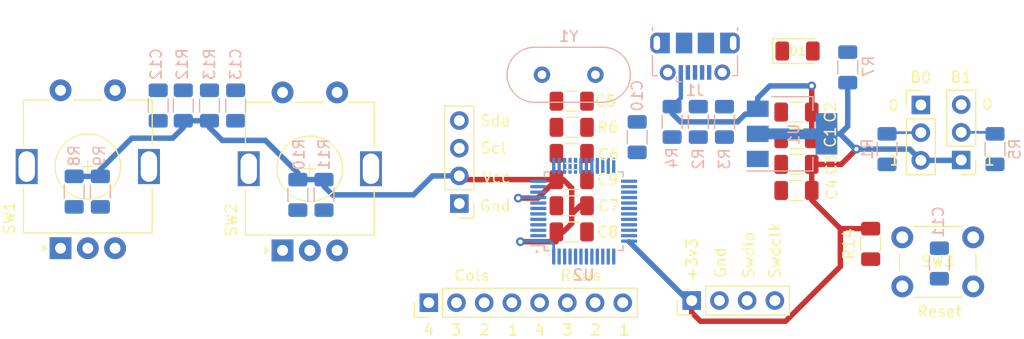
<source format=kicad_pcb>
(kicad_pcb (version 20171130) (host pcbnew "(5.1.5)-3")

  (general
    (thickness 1.6)
    (drawings 0)
    (tracks 87)
    (zones 0)
    (modules 40)
    (nets 48)
  )

  (page A4)
  (layers
    (0 F.Cu signal)
    (31 B.Cu signal)
    (32 B.Adhes user)
    (33 F.Adhes user)
    (34 B.Paste user)
    (35 F.Paste user)
    (36 B.SilkS user)
    (37 F.SilkS user)
    (38 B.Mask user)
    (39 F.Mask user)
    (40 Dwgs.User user)
    (41 Cmts.User user)
    (42 Eco1.User user)
    (43 Eco2.User user)
    (44 Edge.Cuts user)
    (45 Margin user)
    (46 B.CrtYd user)
    (47 F.CrtYd user)
    (48 B.Fab user)
    (49 F.Fab user)
  )

  (setup
    (last_trace_width 0.25)
    (trace_clearance 0.2)
    (zone_clearance 0.508)
    (zone_45_only no)
    (trace_min 0.2)
    (via_size 0.8)
    (via_drill 0.4)
    (via_min_size 0.4)
    (via_min_drill 0.3)
    (uvia_size 0.3)
    (uvia_drill 0.1)
    (uvias_allowed no)
    (uvia_min_size 0.2)
    (uvia_min_drill 0.1)
    (edge_width 0.05)
    (segment_width 0.2)
    (pcb_text_width 0.3)
    (pcb_text_size 1.5 1.5)
    (mod_edge_width 0.12)
    (mod_text_size 1 1)
    (mod_text_width 0.15)
    (pad_size 1.524 1.524)
    (pad_drill 0.762)
    (pad_to_mask_clearance 0.051)
    (solder_mask_min_width 0.25)
    (aux_axis_origin 0 0)
    (visible_elements FFFFF77F)
    (pcbplotparams
      (layerselection 0x010fc_ffffffff)
      (usegerberextensions false)
      (usegerberattributes false)
      (usegerberadvancedattributes false)
      (creategerberjobfile false)
      (excludeedgelayer true)
      (linewidth 0.100000)
      (plotframeref false)
      (viasonmask false)
      (mode 1)
      (useauxorigin false)
      (hpglpennumber 1)
      (hpglpenspeed 20)
      (hpglpendiameter 15.000000)
      (psnegative false)
      (psa4output false)
      (plotreference true)
      (plotvalue true)
      (plotinvisibletext false)
      (padsonsilk false)
      (subtractmaskfromsilk false)
      (outputformat 1)
      (mirror false)
      (drillshape 1)
      (scaleselection 1)
      (outputdirectory ""))
  )

  (net 0 "")
  (net 1 GND)
  (net 2 +5V)
  (net 3 +3V3)
  (net 4 OSCIN)
  (net 5 OSCOUT)
  (net 6 RESET)
  (net 7 ENC1_SW)
  (net 8 ENC2_SW)
  (net 9 "Net-(D1-Pad2)")
  (net 10 "Net-(J1-Pad2)")
  (net 11 "Net-(J1-Pad3)")
  (net 12 "Net-(J2-Pad2)")
  (net 13 "Net-(J3-Pad2)")
  (net 14 SWDCLK)
  (net 15 SWDIO)
  (net 16 KP_C4)
  (net 17 KP_C3)
  (net 18 KP_C2)
  (net 19 KP_C1)
  (net 20 KP_R4)
  (net 21 KP_R3)
  (net 22 KP_R2)
  (net 23 KP_R1)
  (net 24 OLED_SCL)
  (net 25 OLED_SDA)
  (net 26 BOOT0)
  (net 27 USBD+)
  (net 28 USBD-)
  (net 29 BOOT1)
  (net 30 ENC1A)
  (net 31 ENC1B)
  (net 32 ENC2A)
  (net 33 ENC2B)
  (net 34 "Net-(U2-Pad2)")
  (net 35 "Net-(U2-Pad4)")
  (net 36 "Net-(U2-Pad18)")
  (net 37 "Net-(U2-Pad21)")
  (net 38 "Net-(U2-Pad22)")
  (net 39 "Net-(U2-Pad29)")
  (net 40 "Net-(U2-Pad30)")
  (net 41 "Net-(U2-Pad31)")
  (net 42 "Net-(U2-Pad38)")
  (net 43 "Net-(U2-Pad39)")
  (net 44 "Net-(U2-Pad40)")
  (net 45 "Net-(U2-Pad41)")
  (net 46 "Net-(U2-Pad45)")
  (net 47 "Net-(U2-Pad46)")

  (net_class Default "This is the default net class."
    (clearance 0.2)
    (trace_width 0.25)
    (via_dia 0.8)
    (via_drill 0.4)
    (uvia_dia 0.3)
    (uvia_drill 0.1)
    (add_net +3V3)
    (add_net +5V)
    (add_net BOOT0)
    (add_net BOOT1)
    (add_net ENC1A)
    (add_net ENC1B)
    (add_net ENC1_SW)
    (add_net ENC2A)
    (add_net ENC2B)
    (add_net ENC2_SW)
    (add_net GND)
    (add_net KP_C1)
    (add_net KP_C2)
    (add_net KP_C3)
    (add_net KP_C4)
    (add_net KP_R1)
    (add_net KP_R2)
    (add_net KP_R3)
    (add_net KP_R4)
    (add_net "Net-(D1-Pad2)")
    (add_net "Net-(J1-Pad2)")
    (add_net "Net-(J1-Pad3)")
    (add_net "Net-(J2-Pad2)")
    (add_net "Net-(J3-Pad2)")
    (add_net "Net-(U2-Pad18)")
    (add_net "Net-(U2-Pad2)")
    (add_net "Net-(U2-Pad21)")
    (add_net "Net-(U2-Pad22)")
    (add_net "Net-(U2-Pad29)")
    (add_net "Net-(U2-Pad30)")
    (add_net "Net-(U2-Pad31)")
    (add_net "Net-(U2-Pad38)")
    (add_net "Net-(U2-Pad39)")
    (add_net "Net-(U2-Pad4)")
    (add_net "Net-(U2-Pad40)")
    (add_net "Net-(U2-Pad41)")
    (add_net "Net-(U2-Pad45)")
    (add_net "Net-(U2-Pad46)")
    (add_net OLED_SCL)
    (add_net OLED_SDA)
    (add_net OSCIN)
    (add_net OSCOUT)
    (add_net RESET)
    (add_net SWDCLK)
    (add_net SWDIO)
    (add_net USBD+)
    (add_net USBD-)
  )

  (module Capacitor_SMD:C_1206_3216Metric (layer F.Cu) (tedit 5B301BBE) (tstamp 5FFC3163)
    (at 146.4 34.45 180)
    (descr "Capacitor SMD 1206 (3216 Metric), square (rectangular) end terminal, IPC_7351 nominal, (Body size source: http://www.tortai-tech.com/upload/download/2011102023233369053.pdf), generated with kicad-footprint-generator")
    (tags capacitor)
    (path /60010A99)
    (attr smd)
    (fp_text reference C1 (at -3.1 0.15 90) (layer F.SilkS)
      (effects (font (size 1 1) (thickness 0.15)))
    )
    (fp_text value C (at 0 1.82) (layer F.Fab) hide
      (effects (font (size 1 1) (thickness 0.15)))
    )
    (fp_text user %R (at 0 0) (layer F.Fab)
      (effects (font (size 0.8 0.8) (thickness 0.12)))
    )
    (fp_line (start 2.28 1.12) (end -2.28 1.12) (layer F.CrtYd) (width 0.05))
    (fp_line (start 2.28 -1.12) (end 2.28 1.12) (layer F.CrtYd) (width 0.05))
    (fp_line (start -2.28 -1.12) (end 2.28 -1.12) (layer F.CrtYd) (width 0.05))
    (fp_line (start -2.28 1.12) (end -2.28 -1.12) (layer F.CrtYd) (width 0.05))
    (fp_line (start -0.602064 0.91) (end 0.602064 0.91) (layer F.SilkS) (width 0.12))
    (fp_line (start -0.602064 -0.91) (end 0.602064 -0.91) (layer F.SilkS) (width 0.12))
    (fp_line (start 1.6 0.8) (end -1.6 0.8) (layer F.Fab) (width 0.1))
    (fp_line (start 1.6 -0.8) (end 1.6 0.8) (layer F.Fab) (width 0.1))
    (fp_line (start -1.6 -0.8) (end 1.6 -0.8) (layer F.Fab) (width 0.1))
    (fp_line (start -1.6 0.8) (end -1.6 -0.8) (layer F.Fab) (width 0.1))
    (pad 2 smd roundrect (at 1.4 0 180) (size 1.25 1.75) (layers F.Cu F.Paste F.Mask) (roundrect_rratio 0.2)
      (net 1 GND))
    (pad 1 smd roundrect (at -1.4 0 180) (size 1.25 1.75) (layers F.Cu F.Paste F.Mask) (roundrect_rratio 0.2)
      (net 2 +5V))
    (model ${KISYS3DMOD}/Capacitor_SMD.3dshapes/C_1206_3216Metric.wrl
      (at (xyz 0 0 0))
      (scale (xyz 1 1 1))
      (rotate (xyz 0 0 0))
    )
  )

  (module Capacitor_SMD:C_1206_3216Metric (layer F.Cu) (tedit 5B301BBE) (tstamp 5FFC0E01)
    (at 146.4 32 180)
    (descr "Capacitor SMD 1206 (3216 Metric), square (rectangular) end terminal, IPC_7351 nominal, (Body size source: http://www.tortai-tech.com/upload/download/2011102023233369053.pdf), generated with kicad-footprint-generator")
    (tags capacitor)
    (path /60010165)
    (attr smd)
    (fp_text reference C2 (at -3.1 0 90) (layer F.SilkS)
      (effects (font (size 1 1) (thickness 0.15)))
    )
    (fp_text value C (at 0 1.82) (layer F.Fab) hide
      (effects (font (size 1 1) (thickness 0.15)))
    )
    (fp_line (start -1.6 0.8) (end -1.6 -0.8) (layer F.Fab) (width 0.1))
    (fp_line (start -1.6 -0.8) (end 1.6 -0.8) (layer F.Fab) (width 0.1))
    (fp_line (start 1.6 -0.8) (end 1.6 0.8) (layer F.Fab) (width 0.1))
    (fp_line (start 1.6 0.8) (end -1.6 0.8) (layer F.Fab) (width 0.1))
    (fp_line (start -0.602064 -0.91) (end 0.602064 -0.91) (layer F.SilkS) (width 0.12))
    (fp_line (start -0.602064 0.91) (end 0.602064 0.91) (layer F.SilkS) (width 0.12))
    (fp_line (start -2.28 1.12) (end -2.28 -1.12) (layer F.CrtYd) (width 0.05))
    (fp_line (start -2.28 -1.12) (end 2.28 -1.12) (layer F.CrtYd) (width 0.05))
    (fp_line (start 2.28 -1.12) (end 2.28 1.12) (layer F.CrtYd) (width 0.05))
    (fp_line (start 2.28 1.12) (end -2.28 1.12) (layer F.CrtYd) (width 0.05))
    (fp_text user %R (at 0 0) (layer F.Fab)
      (effects (font (size 0.8 0.8) (thickness 0.12)))
    )
    (pad 1 smd roundrect (at -1.4 0 180) (size 1.25 1.75) (layers F.Cu F.Paste F.Mask) (roundrect_rratio 0.2)
      (net 2 +5V))
    (pad 2 smd roundrect (at 1.4 0 180) (size 1.25 1.75) (layers F.Cu F.Paste F.Mask) (roundrect_rratio 0.2)
      (net 1 GND))
    (model ${KISYS3DMOD}/Capacitor_SMD.3dshapes/C_1206_3216Metric.wrl
      (at (xyz 0 0 0))
      (scale (xyz 1 1 1))
      (rotate (xyz 0 0 0))
    )
  )

  (module Capacitor_SMD:C_1206_3216Metric (layer F.Cu) (tedit 5B301BBE) (tstamp 5FFBF63F)
    (at 146.4 36.8 180)
    (descr "Capacitor SMD 1206 (3216 Metric), square (rectangular) end terminal, IPC_7351 nominal, (Body size source: http://www.tortai-tech.com/upload/download/2011102023233369053.pdf), generated with kicad-footprint-generator")
    (tags capacitor)
    (path /60014582)
    (attr smd)
    (fp_text reference C3 (at -3.2 0 90) (layer F.SilkS)
      (effects (font (size 1 1) (thickness 0.15)))
    )
    (fp_text value C (at 0 1.82) (layer F.Fab) hide
      (effects (font (size 1 1) (thickness 0.15)))
    )
    (fp_text user %R (at 0 0) (layer F.Fab)
      (effects (font (size 0.8 0.8) (thickness 0.12)))
    )
    (fp_line (start 2.28 1.12) (end -2.28 1.12) (layer F.CrtYd) (width 0.05))
    (fp_line (start 2.28 -1.12) (end 2.28 1.12) (layer F.CrtYd) (width 0.05))
    (fp_line (start -2.28 -1.12) (end 2.28 -1.12) (layer F.CrtYd) (width 0.05))
    (fp_line (start -2.28 1.12) (end -2.28 -1.12) (layer F.CrtYd) (width 0.05))
    (fp_line (start -0.602064 0.91) (end 0.602064 0.91) (layer F.SilkS) (width 0.12))
    (fp_line (start -0.602064 -0.91) (end 0.602064 -0.91) (layer F.SilkS) (width 0.12))
    (fp_line (start 1.6 0.8) (end -1.6 0.8) (layer F.Fab) (width 0.1))
    (fp_line (start 1.6 -0.8) (end 1.6 0.8) (layer F.Fab) (width 0.1))
    (fp_line (start -1.6 -0.8) (end 1.6 -0.8) (layer F.Fab) (width 0.1))
    (fp_line (start -1.6 0.8) (end -1.6 -0.8) (layer F.Fab) (width 0.1))
    (pad 2 smd roundrect (at 1.4 0 180) (size 1.25 1.75) (layers F.Cu F.Paste F.Mask) (roundrect_rratio 0.2)
      (net 1 GND))
    (pad 1 smd roundrect (at -1.4 0 180) (size 1.25 1.75) (layers F.Cu F.Paste F.Mask) (roundrect_rratio 0.2)
      (net 3 +3V3))
    (model ${KISYS3DMOD}/Capacitor_SMD.3dshapes/C_1206_3216Metric.wrl
      (at (xyz 0 0 0))
      (scale (xyz 1 1 1))
      (rotate (xyz 0 0 0))
    )
  )

  (module Capacitor_SMD:C_1206_3216Metric (layer F.Cu) (tedit 5B301BBE) (tstamp 5FFC3274)
    (at 146.4 39.2 180)
    (descr "Capacitor SMD 1206 (3216 Metric), square (rectangular) end terminal, IPC_7351 nominal, (Body size source: http://www.tortai-tech.com/upload/download/2011102023233369053.pdf), generated with kicad-footprint-generator")
    (tags capacitor)
    (path /6001457C)
    (attr smd)
    (fp_text reference C4 (at -3.25 0.1 90) (layer F.SilkS)
      (effects (font (size 1 1) (thickness 0.15)))
    )
    (fp_text value C (at 0 1.82) (layer F.Fab) hide
      (effects (font (size 1 1) (thickness 0.15)))
    )
    (fp_line (start -1.6 0.8) (end -1.6 -0.8) (layer F.Fab) (width 0.1))
    (fp_line (start -1.6 -0.8) (end 1.6 -0.8) (layer F.Fab) (width 0.1))
    (fp_line (start 1.6 -0.8) (end 1.6 0.8) (layer F.Fab) (width 0.1))
    (fp_line (start 1.6 0.8) (end -1.6 0.8) (layer F.Fab) (width 0.1))
    (fp_line (start -0.602064 -0.91) (end 0.602064 -0.91) (layer F.SilkS) (width 0.12))
    (fp_line (start -0.602064 0.91) (end 0.602064 0.91) (layer F.SilkS) (width 0.12))
    (fp_line (start -2.28 1.12) (end -2.28 -1.12) (layer F.CrtYd) (width 0.05))
    (fp_line (start -2.28 -1.12) (end 2.28 -1.12) (layer F.CrtYd) (width 0.05))
    (fp_line (start 2.28 -1.12) (end 2.28 1.12) (layer F.CrtYd) (width 0.05))
    (fp_line (start 2.28 1.12) (end -2.28 1.12) (layer F.CrtYd) (width 0.05))
    (fp_text user %R (at 0 0) (layer F.Fab)
      (effects (font (size 0.8 0.8) (thickness 0.12)))
    )
    (pad 1 smd roundrect (at -1.4 0 180) (size 1.25 1.75) (layers F.Cu F.Paste F.Mask) (roundrect_rratio 0.2)
      (net 3 +3V3))
    (pad 2 smd roundrect (at 1.4 0 180) (size 1.25 1.75) (layers F.Cu F.Paste F.Mask) (roundrect_rratio 0.2)
      (net 1 GND))
    (model ${KISYS3DMOD}/Capacitor_SMD.3dshapes/C_1206_3216Metric.wrl
      (at (xyz 0 0 0))
      (scale (xyz 1 1 1))
      (rotate (xyz 0 0 0))
    )
  )

  (module Capacitor_SMD:C_1206_3216Metric (layer F.Cu) (tedit 5B301BBE) (tstamp 5FFC2A1F)
    (at 125.8 31 180)
    (descr "Capacitor SMD 1206 (3216 Metric), square (rectangular) end terminal, IPC_7351 nominal, (Body size source: http://www.tortai-tech.com/upload/download/2011102023233369053.pdf), generated with kicad-footprint-generator")
    (tags capacitor)
    (path /5FD43310)
    (attr smd)
    (fp_text reference C5 (at -3.1 0 180) (layer F.SilkS)
      (effects (font (size 1 1) (thickness 0.15)))
    )
    (fp_text value C (at 0 1.82 180) (layer F.Fab) hide
      (effects (font (size 1 1) (thickness 0.15)))
    )
    (fp_text user %R (at 0 0 180) (layer F.Fab)
      (effects (font (size 0.8 0.8) (thickness 0.12)))
    )
    (fp_line (start 2.28 1.12) (end -2.28 1.12) (layer F.CrtYd) (width 0.05))
    (fp_line (start 2.28 -1.12) (end 2.28 1.12) (layer F.CrtYd) (width 0.05))
    (fp_line (start -2.28 -1.12) (end 2.28 -1.12) (layer F.CrtYd) (width 0.05))
    (fp_line (start -2.28 1.12) (end -2.28 -1.12) (layer F.CrtYd) (width 0.05))
    (fp_line (start -0.602064 0.91) (end 0.602064 0.91) (layer F.SilkS) (width 0.12))
    (fp_line (start -0.602064 -0.91) (end 0.602064 -0.91) (layer F.SilkS) (width 0.12))
    (fp_line (start 1.6 0.8) (end -1.6 0.8) (layer F.Fab) (width 0.1))
    (fp_line (start 1.6 -0.8) (end 1.6 0.8) (layer F.Fab) (width 0.1))
    (fp_line (start -1.6 -0.8) (end 1.6 -0.8) (layer F.Fab) (width 0.1))
    (fp_line (start -1.6 0.8) (end -1.6 -0.8) (layer F.Fab) (width 0.1))
    (pad 2 smd roundrect (at 1.4 0 180) (size 1.25 1.75) (layers F.Cu F.Paste F.Mask) (roundrect_rratio 0.2)
      (net 1 GND))
    (pad 1 smd roundrect (at -1.4 0 180) (size 1.25 1.75) (layers F.Cu F.Paste F.Mask) (roundrect_rratio 0.2)
      (net 4 OSCIN))
    (model ${KISYS3DMOD}/Capacitor_SMD.3dshapes/C_1206_3216Metric.wrl
      (at (xyz 0 0 0))
      (scale (xyz 1 1 1))
      (rotate (xyz 0 0 0))
    )
  )

  (module Capacitor_SMD:C_1206_3216Metric (layer F.Cu) (tedit 5B301BBE) (tstamp 5FFBF672)
    (at 125.8 35.8)
    (descr "Capacitor SMD 1206 (3216 Metric), square (rectangular) end terminal, IPC_7351 nominal, (Body size source: http://www.tortai-tech.com/upload/download/2011102023233369053.pdf), generated with kicad-footprint-generator")
    (tags capacitor)
    (path /5FD43807)
    (attr smd)
    (fp_text reference C6 (at 3.4 0.1 -180) (layer F.SilkS)
      (effects (font (size 1 1) (thickness 0.15)))
    )
    (fp_text value C (at 0 1.82 -180) (layer F.Fab) hide
      (effects (font (size 1 1) (thickness 0.15)))
    )
    (fp_line (start -1.6 0.8) (end -1.6 -0.8) (layer F.Fab) (width 0.1))
    (fp_line (start -1.6 -0.8) (end 1.6 -0.8) (layer F.Fab) (width 0.1))
    (fp_line (start 1.6 -0.8) (end 1.6 0.8) (layer F.Fab) (width 0.1))
    (fp_line (start 1.6 0.8) (end -1.6 0.8) (layer F.Fab) (width 0.1))
    (fp_line (start -0.602064 -0.91) (end 0.602064 -0.91) (layer F.SilkS) (width 0.12))
    (fp_line (start -0.602064 0.91) (end 0.602064 0.91) (layer F.SilkS) (width 0.12))
    (fp_line (start -2.28 1.12) (end -2.28 -1.12) (layer F.CrtYd) (width 0.05))
    (fp_line (start -2.28 -1.12) (end 2.28 -1.12) (layer F.CrtYd) (width 0.05))
    (fp_line (start 2.28 -1.12) (end 2.28 1.12) (layer F.CrtYd) (width 0.05))
    (fp_line (start 2.28 1.12) (end -2.28 1.12) (layer F.CrtYd) (width 0.05))
    (fp_text user %R (at 0 0 -180) (layer F.Fab)
      (effects (font (size 0.8 0.8) (thickness 0.12)))
    )
    (pad 1 smd roundrect (at -1.4 0) (size 1.25 1.75) (layers F.Cu F.Paste F.Mask) (roundrect_rratio 0.2)
      (net 5 OSCOUT))
    (pad 2 smd roundrect (at 1.4 0) (size 1.25 1.75) (layers F.Cu F.Paste F.Mask) (roundrect_rratio 0.2)
      (net 1 GND))
    (model ${KISYS3DMOD}/Capacitor_SMD.3dshapes/C_1206_3216Metric.wrl
      (at (xyz 0 0 0))
      (scale (xyz 1 1 1))
      (rotate (xyz 0 0 0))
    )
  )

  (module Capacitor_SMD:C_1206_3216Metric (layer F.Cu) (tedit 5B301BBE) (tstamp 5FFBF683)
    (at 125.8 40.6 180)
    (descr "Capacitor SMD 1206 (3216 Metric), square (rectangular) end terminal, IPC_7351 nominal, (Body size source: http://www.tortai-tech.com/upload/download/2011102023233369053.pdf), generated with kicad-footprint-generator")
    (tags capacitor)
    (path /60195DB1)
    (attr smd)
    (fp_text reference C7 (at -3.4 0 180) (layer F.SilkS)
      (effects (font (size 1 1) (thickness 0.15)))
    )
    (fp_text value C (at 0 1.82 180) (layer F.Fab) hide
      (effects (font (size 1 1) (thickness 0.15)))
    )
    (fp_line (start -1.6 0.8) (end -1.6 -0.8) (layer F.Fab) (width 0.1))
    (fp_line (start -1.6 -0.8) (end 1.6 -0.8) (layer F.Fab) (width 0.1))
    (fp_line (start 1.6 -0.8) (end 1.6 0.8) (layer F.Fab) (width 0.1))
    (fp_line (start 1.6 0.8) (end -1.6 0.8) (layer F.Fab) (width 0.1))
    (fp_line (start -0.602064 -0.91) (end 0.602064 -0.91) (layer F.SilkS) (width 0.12))
    (fp_line (start -0.602064 0.91) (end 0.602064 0.91) (layer F.SilkS) (width 0.12))
    (fp_line (start -2.28 1.12) (end -2.28 -1.12) (layer F.CrtYd) (width 0.05))
    (fp_line (start -2.28 -1.12) (end 2.28 -1.12) (layer F.CrtYd) (width 0.05))
    (fp_line (start 2.28 -1.12) (end 2.28 1.12) (layer F.CrtYd) (width 0.05))
    (fp_line (start 2.28 1.12) (end -2.28 1.12) (layer F.CrtYd) (width 0.05))
    (fp_text user %R (at 0 0 180) (layer F.Fab)
      (effects (font (size 0.8 0.8) (thickness 0.12)))
    )
    (pad 1 smd roundrect (at -1.4 0 180) (size 1.25 1.75) (layers F.Cu F.Paste F.Mask) (roundrect_rratio 0.2)
      (net 3 +3V3))
    (pad 2 smd roundrect (at 1.4 0 180) (size 1.25 1.75) (layers F.Cu F.Paste F.Mask) (roundrect_rratio 0.2)
      (net 1 GND))
    (model ${KISYS3DMOD}/Capacitor_SMD.3dshapes/C_1206_3216Metric.wrl
      (at (xyz 0 0 0))
      (scale (xyz 1 1 1))
      (rotate (xyz 0 0 0))
    )
  )

  (module Capacitor_SMD:C_1206_3216Metric (layer F.Cu) (tedit 5B301BBE) (tstamp 5FFBF694)
    (at 125.8 43)
    (descr "Capacitor SMD 1206 (3216 Metric), square (rectangular) end terminal, IPC_7351 nominal, (Body size source: http://www.tortai-tech.com/upload/download/2011102023233369053.pdf), generated with kicad-footprint-generator")
    (tags capacitor)
    (path /60196800)
    (attr smd)
    (fp_text reference C8 (at 3.3 0 180) (layer F.SilkS)
      (effects (font (size 1 1) (thickness 0.15)))
    )
    (fp_text value C (at 0 1.82 180) (layer F.Fab) hide
      (effects (font (size 1 1) (thickness 0.15)))
    )
    (fp_text user %R (at 0 0 180) (layer F.Fab)
      (effects (font (size 0.8 0.8) (thickness 0.12)))
    )
    (fp_line (start 2.28 1.12) (end -2.28 1.12) (layer F.CrtYd) (width 0.05))
    (fp_line (start 2.28 -1.12) (end 2.28 1.12) (layer F.CrtYd) (width 0.05))
    (fp_line (start -2.28 -1.12) (end 2.28 -1.12) (layer F.CrtYd) (width 0.05))
    (fp_line (start -2.28 1.12) (end -2.28 -1.12) (layer F.CrtYd) (width 0.05))
    (fp_line (start -0.602064 0.91) (end 0.602064 0.91) (layer F.SilkS) (width 0.12))
    (fp_line (start -0.602064 -0.91) (end 0.602064 -0.91) (layer F.SilkS) (width 0.12))
    (fp_line (start 1.6 0.8) (end -1.6 0.8) (layer F.Fab) (width 0.1))
    (fp_line (start 1.6 -0.8) (end 1.6 0.8) (layer F.Fab) (width 0.1))
    (fp_line (start -1.6 -0.8) (end 1.6 -0.8) (layer F.Fab) (width 0.1))
    (fp_line (start -1.6 0.8) (end -1.6 -0.8) (layer F.Fab) (width 0.1))
    (pad 2 smd roundrect (at 1.4 0) (size 1.25 1.75) (layers F.Cu F.Paste F.Mask) (roundrect_rratio 0.2)
      (net 1 GND))
    (pad 1 smd roundrect (at -1.4 0) (size 1.25 1.75) (layers F.Cu F.Paste F.Mask) (roundrect_rratio 0.2)
      (net 3 +3V3))
    (model ${KISYS3DMOD}/Capacitor_SMD.3dshapes/C_1206_3216Metric.wrl
      (at (xyz 0 0 0))
      (scale (xyz 1 1 1))
      (rotate (xyz 0 0 0))
    )
  )

  (module Capacitor_SMD:C_1206_3216Metric (layer F.Cu) (tedit 5B301BBE) (tstamp 5FFC7A24)
    (at 125.8 38.2)
    (descr "Capacitor SMD 1206 (3216 Metric), square (rectangular) end terminal, IPC_7351 nominal, (Body size source: http://www.tortai-tech.com/upload/download/2011102023233369053.pdf), generated with kicad-footprint-generator")
    (tags capacitor)
    (path /60199A0C)
    (attr smd)
    (fp_text reference C9 (at 3.3 0) (layer F.SilkS)
      (effects (font (size 1 1) (thickness 0.15)))
    )
    (fp_text value C (at 0 1.82 180) (layer F.Fab) hide
      (effects (font (size 1 1) (thickness 0.15)))
    )
    (fp_line (start -1.6 0.8) (end -1.6 -0.8) (layer F.Fab) (width 0.1))
    (fp_line (start -1.6 -0.8) (end 1.6 -0.8) (layer F.Fab) (width 0.1))
    (fp_line (start 1.6 -0.8) (end 1.6 0.8) (layer F.Fab) (width 0.1))
    (fp_line (start 1.6 0.8) (end -1.6 0.8) (layer F.Fab) (width 0.1))
    (fp_line (start -0.602064 -0.91) (end 0.602064 -0.91) (layer F.SilkS) (width 0.12))
    (fp_line (start -0.602064 0.91) (end 0.602064 0.91) (layer F.SilkS) (width 0.12))
    (fp_line (start -2.28 1.12) (end -2.28 -1.12) (layer F.CrtYd) (width 0.05))
    (fp_line (start -2.28 -1.12) (end 2.28 -1.12) (layer F.CrtYd) (width 0.05))
    (fp_line (start 2.28 -1.12) (end 2.28 1.12) (layer F.CrtYd) (width 0.05))
    (fp_line (start 2.28 1.12) (end -2.28 1.12) (layer F.CrtYd) (width 0.05))
    (fp_text user %R (at 0 0 180) (layer F.Fab)
      (effects (font (size 0.8 0.8) (thickness 0.12)))
    )
    (pad 1 smd roundrect (at -1.4 0) (size 1.25 1.75) (layers F.Cu F.Paste F.Mask) (roundrect_rratio 0.2)
      (net 3 +3V3))
    (pad 2 smd roundrect (at 1.4 0) (size 1.25 1.75) (layers F.Cu F.Paste F.Mask) (roundrect_rratio 0.2)
      (net 1 GND))
    (model ${KISYS3DMOD}/Capacitor_SMD.3dshapes/C_1206_3216Metric.wrl
      (at (xyz 0 0 0))
      (scale (xyz 1 1 1))
      (rotate (xyz 0 0 0))
    )
  )

  (module Capacitor_SMD:C_1206_3216Metric (layer B.Cu) (tedit 5B301BBE) (tstamp 5FFC7AD8)
    (at 131.8 34.3 90)
    (descr "Capacitor SMD 1206 (3216 Metric), square (rectangular) end terminal, IPC_7351 nominal, (Body size source: http://www.tortai-tech.com/upload/download/2011102023233369053.pdf), generated with kicad-footprint-generator")
    (tags capacitor)
    (path /60199A12)
    (attr smd)
    (fp_text reference C10 (at 3.8 0 90) (layer B.SilkS)
      (effects (font (size 1 1) (thickness 0.15)) (justify mirror))
    )
    (fp_text value C (at 0 -1.82 90) (layer B.Fab) hide
      (effects (font (size 1 1) (thickness 0.15)) (justify mirror))
    )
    (fp_text user %R (at 0 0 90) (layer B.Fab)
      (effects (font (size 0.8 0.8) (thickness 0.12)) (justify mirror))
    )
    (fp_line (start 2.28 -1.12) (end -2.28 -1.12) (layer B.CrtYd) (width 0.05))
    (fp_line (start 2.28 1.12) (end 2.28 -1.12) (layer B.CrtYd) (width 0.05))
    (fp_line (start -2.28 1.12) (end 2.28 1.12) (layer B.CrtYd) (width 0.05))
    (fp_line (start -2.28 -1.12) (end -2.28 1.12) (layer B.CrtYd) (width 0.05))
    (fp_line (start -0.602064 -0.91) (end 0.602064 -0.91) (layer B.SilkS) (width 0.12))
    (fp_line (start -0.602064 0.91) (end 0.602064 0.91) (layer B.SilkS) (width 0.12))
    (fp_line (start 1.6 -0.8) (end -1.6 -0.8) (layer B.Fab) (width 0.1))
    (fp_line (start 1.6 0.8) (end 1.6 -0.8) (layer B.Fab) (width 0.1))
    (fp_line (start -1.6 0.8) (end 1.6 0.8) (layer B.Fab) (width 0.1))
    (fp_line (start -1.6 -0.8) (end -1.6 0.8) (layer B.Fab) (width 0.1))
    (pad 2 smd roundrect (at 1.4 0 90) (size 1.25 1.75) (layers B.Cu B.Paste B.Mask) (roundrect_rratio 0.2)
      (net 1 GND))
    (pad 1 smd roundrect (at -1.4 0 90) (size 1.25 1.75) (layers B.Cu B.Paste B.Mask) (roundrect_rratio 0.2)
      (net 3 +3V3))
    (model ${KISYS3DMOD}/Capacitor_SMD.3dshapes/C_1206_3216Metric.wrl
      (at (xyz 0 0 0))
      (scale (xyz 1 1 1))
      (rotate (xyz 0 0 0))
    )
  )

  (module Capacitor_SMD:C_1206_3216Metric (layer B.Cu) (tedit 5B301BBE) (tstamp 5FFBF6C7)
    (at 159.5 45.9 90)
    (descr "Capacitor SMD 1206 (3216 Metric), square (rectangular) end terminal, IPC_7351 nominal, (Body size source: http://www.tortai-tech.com/upload/download/2011102023233369053.pdf), generated with kicad-footprint-generator")
    (tags capacitor)
    (path /600A85A7)
    (attr smd)
    (fp_text reference C11 (at 3.8 -0.1 90) (layer B.SilkS)
      (effects (font (size 1 1) (thickness 0.15)) (justify mirror))
    )
    (fp_text value C (at -1.3 -3.7 90) (layer B.Fab) hide
      (effects (font (size 1 1) (thickness 0.15)) (justify mirror))
    )
    (fp_line (start -1.6 -0.8) (end -1.6 0.8) (layer B.Fab) (width 0.1))
    (fp_line (start -1.6 0.8) (end 1.6 0.8) (layer B.Fab) (width 0.1))
    (fp_line (start 1.6 0.8) (end 1.6 -0.8) (layer B.Fab) (width 0.1))
    (fp_line (start 1.6 -0.8) (end -1.6 -0.8) (layer B.Fab) (width 0.1))
    (fp_line (start -0.602064 0.91) (end 0.602064 0.91) (layer B.SilkS) (width 0.12))
    (fp_line (start -0.602064 -0.91) (end 0.602064 -0.91) (layer B.SilkS) (width 0.12))
    (fp_line (start -2.28 -1.12) (end -2.28 1.12) (layer B.CrtYd) (width 0.05))
    (fp_line (start -2.28 1.12) (end 2.28 1.12) (layer B.CrtYd) (width 0.05))
    (fp_line (start 2.28 1.12) (end 2.28 -1.12) (layer B.CrtYd) (width 0.05))
    (fp_line (start 2.28 -1.12) (end -2.28 -1.12) (layer B.CrtYd) (width 0.05))
    (fp_text user %R (at 0 0 90) (layer B.Fab)
      (effects (font (size 0.8 0.8) (thickness 0.12)) (justify mirror))
    )
    (pad 1 smd roundrect (at -1.4 0 90) (size 1.25 1.75) (layers B.Cu B.Paste B.Mask) (roundrect_rratio 0.2)
      (net 6 RESET))
    (pad 2 smd roundrect (at 1.4 0 90) (size 1.25 1.75) (layers B.Cu B.Paste B.Mask) (roundrect_rratio 0.2)
      (net 1 GND))
    (model ${KISYS3DMOD}/Capacitor_SMD.3dshapes/C_1206_3216Metric.wrl
      (at (xyz 0 0 0))
      (scale (xyz 1 1 1))
      (rotate (xyz 0 0 0))
    )
  )

  (module Capacitor_SMD:C_1206_3216Metric (layer B.Cu) (tedit 5B301BBE) (tstamp 5FFC1800)
    (at 87.9 31.4 270)
    (descr "Capacitor SMD 1206 (3216 Metric), square (rectangular) end terminal, IPC_7351 nominal, (Body size source: http://www.tortai-tech.com/upload/download/2011102023233369053.pdf), generated with kicad-footprint-generator")
    (tags capacitor)
    (path /5FD49153)
    (attr smd)
    (fp_text reference C12 (at -3.8 0.2 90) (layer B.SilkS)
      (effects (font (size 1 1) (thickness 0.15)) (justify mirror))
    )
    (fp_text value C (at 0 -1.82 90) (layer B.Fab) hide
      (effects (font (size 1 1) (thickness 0.15)) (justify mirror))
    )
    (fp_text user %R (at 0 0 90) (layer B.Fab)
      (effects (font (size 0.8 0.8) (thickness 0.12)) (justify mirror))
    )
    (fp_line (start 2.28 -1.12) (end -2.28 -1.12) (layer B.CrtYd) (width 0.05))
    (fp_line (start 2.28 1.12) (end 2.28 -1.12) (layer B.CrtYd) (width 0.05))
    (fp_line (start -2.28 1.12) (end 2.28 1.12) (layer B.CrtYd) (width 0.05))
    (fp_line (start -2.28 -1.12) (end -2.28 1.12) (layer B.CrtYd) (width 0.05))
    (fp_line (start -0.602064 -0.91) (end 0.602064 -0.91) (layer B.SilkS) (width 0.12))
    (fp_line (start -0.602064 0.91) (end 0.602064 0.91) (layer B.SilkS) (width 0.12))
    (fp_line (start 1.6 -0.8) (end -1.6 -0.8) (layer B.Fab) (width 0.1))
    (fp_line (start 1.6 0.8) (end 1.6 -0.8) (layer B.Fab) (width 0.1))
    (fp_line (start -1.6 0.8) (end 1.6 0.8) (layer B.Fab) (width 0.1))
    (fp_line (start -1.6 -0.8) (end -1.6 0.8) (layer B.Fab) (width 0.1))
    (pad 2 smd roundrect (at 1.4 0 270) (size 1.25 1.75) (layers B.Cu B.Paste B.Mask) (roundrect_rratio 0.2)
      (net 1 GND))
    (pad 1 smd roundrect (at -1.4 0 270) (size 1.25 1.75) (layers B.Cu B.Paste B.Mask) (roundrect_rratio 0.2)
      (net 7 ENC1_SW))
    (model ${KISYS3DMOD}/Capacitor_SMD.3dshapes/C_1206_3216Metric.wrl
      (at (xyz 0 0 0))
      (scale (xyz 1 1 1))
      (rotate (xyz 0 0 0))
    )
  )

  (module Capacitor_SMD:C_1206_3216Metric (layer B.Cu) (tedit 5B301BBE) (tstamp 5FFC1551)
    (at 95 31.4 270)
    (descr "Capacitor SMD 1206 (3216 Metric), square (rectangular) end terminal, IPC_7351 nominal, (Body size source: http://www.tortai-tech.com/upload/download/2011102023233369053.pdf), generated with kicad-footprint-generator")
    (tags capacitor)
    (path /5FFCDFB3)
    (attr smd)
    (fp_text reference C13 (at -3.8 0 270) (layer B.SilkS)
      (effects (font (size 1 1) (thickness 0.15)) (justify mirror))
    )
    (fp_text value C (at 0 -1.82 90) (layer B.Fab) hide
      (effects (font (size 1 1) (thickness 0.15)) (justify mirror))
    )
    (fp_text user %R (at 0 0 90) (layer B.Fab)
      (effects (font (size 0.8 0.8) (thickness 0.12)) (justify mirror))
    )
    (fp_line (start 2.28 -1.12) (end -2.28 -1.12) (layer B.CrtYd) (width 0.05))
    (fp_line (start 2.28 1.12) (end 2.28 -1.12) (layer B.CrtYd) (width 0.05))
    (fp_line (start -2.28 1.12) (end 2.28 1.12) (layer B.CrtYd) (width 0.05))
    (fp_line (start -2.28 -1.12) (end -2.28 1.12) (layer B.CrtYd) (width 0.05))
    (fp_line (start -0.602064 -0.91) (end 0.602064 -0.91) (layer B.SilkS) (width 0.12))
    (fp_line (start -0.602064 0.91) (end 0.602064 0.91) (layer B.SilkS) (width 0.12))
    (fp_line (start 1.6 -0.8) (end -1.6 -0.8) (layer B.Fab) (width 0.1))
    (fp_line (start 1.6 0.8) (end 1.6 -0.8) (layer B.Fab) (width 0.1))
    (fp_line (start -1.6 0.8) (end 1.6 0.8) (layer B.Fab) (width 0.1))
    (fp_line (start -1.6 -0.8) (end -1.6 0.8) (layer B.Fab) (width 0.1))
    (pad 2 smd roundrect (at 1.4 0 270) (size 1.25 1.75) (layers B.Cu B.Paste B.Mask) (roundrect_rratio 0.2)
      (net 1 GND))
    (pad 1 smd roundrect (at -1.4 0 270) (size 1.25 1.75) (layers B.Cu B.Paste B.Mask) (roundrect_rratio 0.2)
      (net 8 ENC2_SW))
    (model ${KISYS3DMOD}/Capacitor_SMD.3dshapes/C_1206_3216Metric.wrl
      (at (xyz 0 0 0))
      (scale (xyz 1 1 1))
      (rotate (xyz 0 0 0))
    )
  )

  (module LED_SMD:LED_1206_3216Metric (layer F.Cu) (tedit 5B301BBE) (tstamp 5FFC7C03)
    (at 146.5 26.4)
    (descr "LED SMD 1206 (3216 Metric), square (rectangular) end terminal, IPC_7351 nominal, (Body size source: http://www.tortai-tech.com/upload/download/2011102023233369053.pdf), generated with kicad-footprint-generator")
    (tags diode)
    (path /600C84D3)
    (attr smd)
    (fp_text reference D1 (at 0 0) (layer F.SilkS)
      (effects (font (size 0.8 0.8) (thickness 0.15)))
    )
    (fp_text value LED (at 0 1.82) (layer F.Fab) hide
      (effects (font (size 1 1) (thickness 0.15)))
    )
    (fp_line (start 1.6 -0.8) (end -1.2 -0.8) (layer F.Fab) (width 0.1))
    (fp_line (start -1.2 -0.8) (end -1.6 -0.4) (layer F.Fab) (width 0.1))
    (fp_line (start -1.6 -0.4) (end -1.6 0.8) (layer F.Fab) (width 0.1))
    (fp_line (start -1.6 0.8) (end 1.6 0.8) (layer F.Fab) (width 0.1))
    (fp_line (start 1.6 0.8) (end 1.6 -0.8) (layer F.Fab) (width 0.1))
    (fp_line (start 1.6 -1.135) (end -2.285 -1.135) (layer F.SilkS) (width 0.12))
    (fp_line (start -2.285 -1.135) (end -2.285 1.135) (layer F.SilkS) (width 0.12))
    (fp_line (start -2.285 1.135) (end 1.6 1.135) (layer F.SilkS) (width 0.12))
    (fp_line (start -2.28 1.12) (end -2.28 -1.12) (layer F.CrtYd) (width 0.05))
    (fp_line (start -2.28 -1.12) (end 2.28 -1.12) (layer F.CrtYd) (width 0.05))
    (fp_line (start 2.28 -1.12) (end 2.28 1.12) (layer F.CrtYd) (width 0.05))
    (fp_line (start 2.28 1.12) (end -2.28 1.12) (layer F.CrtYd) (width 0.05))
    (fp_text user %R (at 0 0) (layer F.Fab)
      (effects (font (size 0.8 0.8) (thickness 0.12)))
    )
    (pad 1 smd roundrect (at -1.4 0) (size 1.25 1.75) (layers F.Cu F.Paste F.Mask) (roundrect_rratio 0.2)
      (net 1 GND))
    (pad 2 smd roundrect (at 1.4 0) (size 1.25 1.75) (layers F.Cu F.Paste F.Mask) (roundrect_rratio 0.2)
      (net 9 "Net-(D1-Pad2)"))
    (model ${KISYS3DMOD}/LED_SMD.3dshapes/LED_1206_3216Metric.wrl
      (at (xyz 0 0 0))
      (scale (xyz 1 1 1))
      (rotate (xyz 0 0 0))
    )
  )

  (module Connector_USB:USB_Micro-B_Molex-105017-0001 (layer B.Cu) (tedit 5A1DC0BE) (tstamp 5FFC70D2)
    (at 137.1 26.9)
    (descr http://www.molex.com/pdm_docs/sd/1050170001_sd.pdf)
    (tags "Micro-USB SMD Typ-B")
    (path /5FD59E0C)
    (attr smd)
    (fp_text reference J1 (at 0 3.1125) (layer B.SilkS)
      (effects (font (size 1 1) (thickness 0.15)) (justify mirror))
    )
    (fp_text value USB_B_Micro (at 0.3 -4.3375) (layer B.Fab)
      (effects (font (size 1 1) (thickness 0.15)) (justify mirror))
    )
    (fp_text user "PCB Edge" (at 0 -2.6875) (layer Dwgs.User)
      (effects (font (size 0.5 0.5) (thickness 0.08)))
    )
    (fp_text user %R (at 0 -0.8875) (layer B.Fab)
      (effects (font (size 1 1) (thickness 0.15)) (justify mirror))
    )
    (fp_line (start -4.4 -3.64) (end 4.4 -3.64) (layer B.CrtYd) (width 0.05))
    (fp_line (start 4.4 2.46) (end 4.4 -3.64) (layer B.CrtYd) (width 0.05))
    (fp_line (start -4.4 2.46) (end 4.4 2.46) (layer B.CrtYd) (width 0.05))
    (fp_line (start -4.4 -3.64) (end -4.4 2.46) (layer B.CrtYd) (width 0.05))
    (fp_line (start -3.9 1.7625) (end -3.45 1.7625) (layer B.SilkS) (width 0.12))
    (fp_line (start -3.9 -0.0875) (end -3.9 1.7625) (layer B.SilkS) (width 0.12))
    (fp_line (start 3.9 -2.6375) (end 3.9 -2.3875) (layer B.SilkS) (width 0.12))
    (fp_line (start 3.75 -3.3875) (end 3.75 1.6125) (layer B.Fab) (width 0.1))
    (fp_line (start -3 -2.689204) (end 3 -2.689204) (layer B.Fab) (width 0.1))
    (fp_line (start -3.75 -3.389204) (end 3.75 -3.389204) (layer B.Fab) (width 0.1))
    (fp_line (start -3.75 1.6125) (end 3.75 1.6125) (layer B.Fab) (width 0.1))
    (fp_line (start -3.75 -3.3875) (end -3.75 1.6125) (layer B.Fab) (width 0.1))
    (fp_line (start -3.9 -2.6375) (end -3.9 -2.3875) (layer B.SilkS) (width 0.12))
    (fp_line (start 3.9 -0.0875) (end 3.9 1.7625) (layer B.SilkS) (width 0.12))
    (fp_line (start 3.9 1.7625) (end 3.45 1.7625) (layer B.SilkS) (width 0.12))
    (fp_line (start -1.7 2.3125) (end -1.25 2.3125) (layer B.SilkS) (width 0.12))
    (fp_line (start -1.7 2.3125) (end -1.7 1.8625) (layer B.SilkS) (width 0.12))
    (fp_line (start -1.3 1.7125) (end -1.5 1.9125) (layer B.Fab) (width 0.1))
    (fp_line (start -1.1 1.9125) (end -1.3 1.7125) (layer B.Fab) (width 0.1))
    (fp_line (start -1.5 2.1225) (end -1.1 2.1225) (layer B.Fab) (width 0.1))
    (fp_line (start -1.5 2.1225) (end -1.5 1.9125) (layer B.Fab) (width 0.1))
    (fp_line (start -1.1 2.1225) (end -1.1 1.9125) (layer B.Fab) (width 0.1))
    (pad 6 smd rect (at 1 -1.2375) (size 1.5 1.9) (layers B.Cu B.Paste B.Mask)
      (net 1 GND))
    (pad 6 thru_hole circle (at -2.5 1.4625) (size 1.45 1.45) (drill 0.85) (layers *.Cu *.Mask)
      (net 1 GND))
    (pad 2 smd rect (at -0.65 1.4625) (size 0.4 1.35) (layers B.Cu B.Paste B.Mask)
      (net 10 "Net-(J1-Pad2)"))
    (pad 1 smd rect (at -1.3 1.4625) (size 0.4 1.35) (layers B.Cu B.Paste B.Mask)
      (net 2 +5V))
    (pad 5 smd rect (at 1.3 1.4625) (size 0.4 1.35) (layers B.Cu B.Paste B.Mask)
      (net 1 GND))
    (pad 4 smd rect (at 0.65 1.4625) (size 0.4 1.35) (layers B.Cu B.Paste B.Mask)
      (net 1 GND))
    (pad 3 smd rect (at 0 1.4625) (size 0.4 1.35) (layers B.Cu B.Paste B.Mask)
      (net 11 "Net-(J1-Pad3)"))
    (pad 6 thru_hole circle (at 2.5 1.4625) (size 1.45 1.45) (drill 0.85) (layers *.Cu *.Mask)
      (net 1 GND))
    (pad 6 smd rect (at -1 -1.2375) (size 1.5 1.9) (layers B.Cu B.Paste B.Mask)
      (net 1 GND))
    (pad 6 thru_hole oval (at -3.5 -1.2375 180) (size 1.2 1.9) (drill oval 0.6 1.3) (layers *.Cu *.Mask)
      (net 1 GND))
    (pad 6 thru_hole oval (at 3.5 -1.2375) (size 1.2 1.9) (drill oval 0.6 1.3) (layers *.Cu *.Mask)
      (net 1 GND))
    (pad 6 smd rect (at 2.9 -1.2375) (size 1.2 1.9) (layers B.Cu B.Mask)
      (net 1 GND))
    (pad 6 smd rect (at -2.9 -1.2375) (size 1.2 1.9) (layers B.Cu B.Mask)
      (net 1 GND))
    (model ${KISYS3DMOD}/Connector_USB.3dshapes/USB_Micro-B_Molex-105017-0001.wrl
      (at (xyz 0 0 0))
      (scale (xyz 1 1 1))
      (rotate (xyz 0 0 0))
    )
  )

  (module Connector_PinHeader_2.54mm:PinHeader_1x03_P2.54mm_Vertical (layer F.Cu) (tedit 59FED5CC) (tstamp 5FFBF73C)
    (at 157.8 31.35)
    (descr "Through hole straight pin header, 1x03, 2.54mm pitch, single row")
    (tags "Through hole pin header THT 1x03 2.54mm single row")
    (path /6028CD9A)
    (fp_text reference J2 (at 0 -2.33) (layer F.SilkS) hide
      (effects (font (size 1 1) (thickness 0.15)))
    )
    (fp_text value BOOT0_H (at 0 7.41) (layer F.Fab) hide
      (effects (font (size 1 1) (thickness 0.15)))
    )
    (fp_line (start -0.635 -1.27) (end 1.27 -1.27) (layer F.Fab) (width 0.1))
    (fp_line (start 1.27 -1.27) (end 1.27 6.35) (layer F.Fab) (width 0.1))
    (fp_line (start 1.27 6.35) (end -1.27 6.35) (layer F.Fab) (width 0.1))
    (fp_line (start -1.27 6.35) (end -1.27 -0.635) (layer F.Fab) (width 0.1))
    (fp_line (start -1.27 -0.635) (end -0.635 -1.27) (layer F.Fab) (width 0.1))
    (fp_line (start -1.33 6.41) (end 1.33 6.41) (layer F.SilkS) (width 0.12))
    (fp_line (start -1.33 1.27) (end -1.33 6.41) (layer F.SilkS) (width 0.12))
    (fp_line (start 1.33 1.27) (end 1.33 6.41) (layer F.SilkS) (width 0.12))
    (fp_line (start -1.33 1.27) (end 1.33 1.27) (layer F.SilkS) (width 0.12))
    (fp_line (start -1.33 0) (end -1.33 -1.33) (layer F.SilkS) (width 0.12))
    (fp_line (start -1.33 -1.33) (end 0 -1.33) (layer F.SilkS) (width 0.12))
    (fp_line (start -1.8 -1.8) (end -1.8 6.85) (layer F.CrtYd) (width 0.05))
    (fp_line (start -1.8 6.85) (end 1.8 6.85) (layer F.CrtYd) (width 0.05))
    (fp_line (start 1.8 6.85) (end 1.8 -1.8) (layer F.CrtYd) (width 0.05))
    (fp_line (start 1.8 -1.8) (end -1.8 -1.8) (layer F.CrtYd) (width 0.05))
    (fp_text user %R (at 0 2.54 90) (layer F.Fab)
      (effects (font (size 1 1) (thickness 0.15)))
    )
    (fp_text user 1 (at -2.4 5.05) (layer F.SilkS)
      (effects (font (size 1 1) (thickness 0.15)))
    )
    (fp_text user 0 (at -2.5 0.05) (layer F.SilkS)
      (effects (font (size 1 1) (thickness 0.15)))
    )
    (fp_text user B0 (at 0 -2.55) (layer F.SilkS)
      (effects (font (size 1 1) (thickness 0.15)))
    )
    (pad 1 thru_hole rect (at 0 0) (size 1.7 1.7) (drill 1) (layers *.Cu *.Mask)
      (net 1 GND))
    (pad 2 thru_hole oval (at 0 2.54) (size 1.7 1.7) (drill 1) (layers *.Cu *.Mask)
      (net 12 "Net-(J2-Pad2)"))
    (pad 3 thru_hole oval (at 0 5.08) (size 1.7 1.7) (drill 1) (layers *.Cu *.Mask)
      (net 3 +3V3))
    (model ${KISYS3DMOD}/Connector_PinHeader_2.54mm.3dshapes/PinHeader_1x03_P2.54mm_Vertical.wrl
      (at (xyz 0 0 0))
      (scale (xyz 1 1 1))
      (rotate (xyz 0 0 0))
    )
  )

  (module Connector_PinHeader_2.54mm:PinHeader_1x03_P2.54mm_Vertical (layer F.Cu) (tedit 59FED5CC) (tstamp 5FFC0866)
    (at 161.5 36.4 180)
    (descr "Through hole straight pin header, 1x03, 2.54mm pitch, single row")
    (tags "Through hole pin header THT 1x03 2.54mm single row")
    (path /6028C521)
    (fp_text reference J3 (at 0 -2.33) (layer F.SilkS) hide
      (effects (font (size 1 1) (thickness 0.15)))
    )
    (fp_text value BOOT1_H (at 0 7.41) (layer F.Fab) hide
      (effects (font (size 1 1) (thickness 0.15)))
    )
    (fp_text user %R (at 0 2.54 90) (layer F.Fab)
      (effects (font (size 1 1) (thickness 0.15)))
    )
    (fp_line (start 1.8 -1.8) (end -1.8 -1.8) (layer F.CrtYd) (width 0.05))
    (fp_line (start 1.8 6.85) (end 1.8 -1.8) (layer F.CrtYd) (width 0.05))
    (fp_line (start -1.8 6.85) (end 1.8 6.85) (layer F.CrtYd) (width 0.05))
    (fp_line (start -1.8 -1.8) (end -1.8 6.85) (layer F.CrtYd) (width 0.05))
    (fp_line (start -1.33 -1.33) (end 0 -1.33) (layer F.SilkS) (width 0.12))
    (fp_line (start -1.33 0) (end -1.33 -1.33) (layer F.SilkS) (width 0.12))
    (fp_line (start -1.33 1.27) (end 1.33 1.27) (layer F.SilkS) (width 0.12))
    (fp_line (start 1.33 1.27) (end 1.33 6.41) (layer F.SilkS) (width 0.12))
    (fp_line (start -1.33 1.27) (end -1.33 6.41) (layer F.SilkS) (width 0.12))
    (fp_line (start -1.33 6.41) (end 1.33 6.41) (layer F.SilkS) (width 0.12))
    (fp_line (start -1.27 -0.635) (end -0.635 -1.27) (layer F.Fab) (width 0.1))
    (fp_line (start -1.27 6.35) (end -1.27 -0.635) (layer F.Fab) (width 0.1))
    (fp_line (start 1.27 6.35) (end -1.27 6.35) (layer F.Fab) (width 0.1))
    (fp_line (start 1.27 -1.27) (end 1.27 6.35) (layer F.Fab) (width 0.1))
    (fp_line (start -0.635 -1.27) (end 1.27 -1.27) (layer F.Fab) (width 0.1))
    (fp_text user 1 (at -2.6 0 180) (layer F.SilkS)
      (effects (font (size 1 1) (thickness 0.15)))
    )
    (fp_text user 0 (at -2.4 5.1 180) (layer F.SilkS)
      (effects (font (size 1 1) (thickness 0.15)))
    )
    (fp_text user B1 (at 0 7.6 180) (layer F.SilkS)
      (effects (font (size 1 1) (thickness 0.15)))
    )
    (pad 3 thru_hole oval (at 0 5.08 180) (size 1.7 1.7) (drill 1) (layers *.Cu *.Mask)
      (net 1 GND))
    (pad 2 thru_hole oval (at 0 2.54 180) (size 1.7 1.7) (drill 1) (layers *.Cu *.Mask)
      (net 13 "Net-(J3-Pad2)"))
    (pad 1 thru_hole rect (at 0 0 180) (size 1.7 1.7) (drill 1) (layers *.Cu *.Mask)
      (net 3 +3V3))
    (model ${KISYS3DMOD}/Connector_PinHeader_2.54mm.3dshapes/PinHeader_1x03_P2.54mm_Vertical.wrl
      (at (xyz 0 0 0))
      (scale (xyz 1 1 1))
      (rotate (xyz 0 0 0))
    )
  )

  (module Connector_PinHeader_2.54mm:PinHeader_1x04_P2.54mm_Vertical (layer F.Cu) (tedit 59FED5CC) (tstamp 5FFBF76B)
    (at 136.8 49.3 90)
    (descr "Through hole straight pin header, 1x04, 2.54mm pitch, single row")
    (tags "Through hole pin header THT 1x04 2.54mm single row")
    (path /5FD5CD4E)
    (fp_text reference J4 (at 0 -2.33 90) (layer F.SilkS) hide
      (effects (font (size 1 1) (thickness 0.15)))
    )
    (fp_text value Conn_01x04_Male (at 0 9.95 90) (layer F.Fab) hide
      (effects (font (size 1 1) (thickness 0.15)))
    )
    (fp_text user %R (at 0 3.81) (layer F.Fab)
      (effects (font (size 1 1) (thickness 0.15)))
    )
    (fp_line (start 1.8 -1.8) (end -1.8 -1.8) (layer F.CrtYd) (width 0.05))
    (fp_line (start 1.8 9.4) (end 1.8 -1.8) (layer F.CrtYd) (width 0.05))
    (fp_line (start -1.8 9.4) (end 1.8 9.4) (layer F.CrtYd) (width 0.05))
    (fp_line (start -1.8 -1.8) (end -1.8 9.4) (layer F.CrtYd) (width 0.05))
    (fp_line (start -1.33 -1.33) (end 0 -1.33) (layer F.SilkS) (width 0.12))
    (fp_line (start -1.33 0) (end -1.33 -1.33) (layer F.SilkS) (width 0.12))
    (fp_line (start -1.33 1.27) (end 1.33 1.27) (layer F.SilkS) (width 0.12))
    (fp_line (start 1.33 1.27) (end 1.33 8.95) (layer F.SilkS) (width 0.12))
    (fp_line (start -1.33 1.27) (end -1.33 8.95) (layer F.SilkS) (width 0.12))
    (fp_line (start -1.33 8.95) (end 1.33 8.95) (layer F.SilkS) (width 0.12))
    (fp_line (start -1.27 -0.635) (end -0.635 -1.27) (layer F.Fab) (width 0.1))
    (fp_line (start -1.27 8.89) (end -1.27 -0.635) (layer F.Fab) (width 0.1))
    (fp_line (start 1.27 8.89) (end -1.27 8.89) (layer F.Fab) (width 0.1))
    (fp_line (start 1.27 -1.27) (end 1.27 8.89) (layer F.Fab) (width 0.1))
    (fp_line (start -0.635 -1.27) (end 1.27 -1.27) (layer F.Fab) (width 0.1))
    (fp_text user +3v3 (at 3.774999 0.024999 90) (layer F.SilkS)
      (effects (font (size 1 1) (thickness 0.15)))
    )
    (fp_text user Gnd (at 3.474999 2.624999 90) (layer F.SilkS)
      (effects (font (size 1 1) (thickness 0.15)))
    )
    (fp_text user Swdio (at 4.174999 5.224999 90) (layer F.SilkS)
      (effects (font (size 1 1) (thickness 0.15)))
    )
    (fp_text user Swdclk (at 4.574999 7.624999 90) (layer F.SilkS)
      (effects (font (size 1 1) (thickness 0.15)))
    )
    (pad 4 thru_hole oval (at 0 7.62 90) (size 1.7 1.7) (drill 1) (layers *.Cu *.Mask)
      (net 14 SWDCLK))
    (pad 3 thru_hole oval (at 0 5.08 90) (size 1.7 1.7) (drill 1) (layers *.Cu *.Mask)
      (net 15 SWDIO))
    (pad 2 thru_hole oval (at 0 2.54 90) (size 1.7 1.7) (drill 1) (layers *.Cu *.Mask)
      (net 1 GND))
    (pad 1 thru_hole rect (at 0 0 90) (size 1.7 1.7) (drill 1) (layers *.Cu *.Mask)
      (net 3 +3V3))
    (model ${KISYS3DMOD}/Connector_PinHeader_2.54mm.3dshapes/PinHeader_1x04_P2.54mm_Vertical.wrl
      (at (xyz 0 0 0))
      (scale (xyz 1 1 1))
      (rotate (xyz 0 0 0))
    )
  )

  (module Connector_PinHeader_2.54mm:PinHeader_1x08_P2.54mm_Vertical (layer F.Cu) (tedit 59FED5CC) (tstamp 5FFC454F)
    (at 112.7 49.5 90)
    (descr "Through hole straight pin header, 1x08, 2.54mm pitch, single row")
    (tags "Through hole pin header THT 1x08 2.54mm single row")
    (path /5FD400C3/5FFC38A0)
    (fp_text reference J5 (at 0 -2.33 90) (layer F.SilkS) hide
      (effects (font (size 1 1) (thickness 0.15)))
    )
    (fp_text value Conn_01x08_Male (at 0 20.11 90) (layer F.Fab) hide
      (effects (font (size 1 1) (thickness 0.15)))
    )
    (fp_line (start -0.635 -1.27) (end 1.27 -1.27) (layer F.Fab) (width 0.1))
    (fp_line (start 1.27 -1.27) (end 1.27 19.05) (layer F.Fab) (width 0.1))
    (fp_line (start 1.27 19.05) (end -1.27 19.05) (layer F.Fab) (width 0.1))
    (fp_line (start -1.27 19.05) (end -1.27 -0.635) (layer F.Fab) (width 0.1))
    (fp_line (start -1.27 -0.635) (end -0.635 -1.27) (layer F.Fab) (width 0.1))
    (fp_line (start -1.33 19.11) (end 1.33 19.11) (layer F.SilkS) (width 0.12))
    (fp_line (start -1.33 1.27) (end -1.33 19.11) (layer F.SilkS) (width 0.12))
    (fp_line (start 1.33 1.27) (end 1.33 19.11) (layer F.SilkS) (width 0.12))
    (fp_line (start -1.33 1.27) (end 1.33 1.27) (layer F.SilkS) (width 0.12))
    (fp_line (start -1.33 0) (end -1.33 -1.33) (layer F.SilkS) (width 0.12))
    (fp_line (start -1.33 -1.33) (end 0 -1.33) (layer F.SilkS) (width 0.12))
    (fp_line (start -1.8 -1.8) (end -1.8 19.55) (layer F.CrtYd) (width 0.05))
    (fp_line (start -1.8 19.55) (end 1.8 19.55) (layer F.CrtYd) (width 0.05))
    (fp_line (start 1.8 19.55) (end 1.8 -1.8) (layer F.CrtYd) (width 0.05))
    (fp_line (start 1.8 -1.8) (end -1.8 -1.8) (layer F.CrtYd) (width 0.05))
    (fp_text user %R (at 0 8.89) (layer F.Fab)
      (effects (font (size 1 1) (thickness 0.15)))
    )
    (fp_text user Rows (at 2.5 13.95 180) (layer F.SilkS)
      (effects (font (size 1 1) (thickness 0.15)))
    )
    (fp_text user Cols (at 2.5 3.95 180) (layer F.SilkS)
      (effects (font (size 1 1) (thickness 0.15)))
    )
    (fp_text user 1 (at -2.5 7.7 180) (layer F.SilkS)
      (effects (font (size 1 1) (thickness 0.15)))
    )
    (fp_text user 2 (at -2.5 5.1 180) (layer F.SilkS)
      (effects (font (size 1 1) (thickness 0.15)))
    )
    (fp_text user 3 (at -2.5 2.5 180) (layer F.SilkS)
      (effects (font (size 1 1) (thickness 0.15)))
    )
    (fp_text user 4 (at -2.5 0 180) (layer F.SilkS)
      (effects (font (size 1 1) (thickness 0.15)))
    )
    (fp_text user 1 (at -2.5 17.9 180) (layer F.SilkS)
      (effects (font (size 1 1) (thickness 0.15)))
    )
    (fp_text user 2 (at -2.5 15.3 180) (layer F.SilkS)
      (effects (font (size 1 1) (thickness 0.15)))
    )
    (fp_text user 3 (at -2.5 12.7 180) (layer F.SilkS)
      (effects (font (size 1 1) (thickness 0.15)))
    )
    (fp_text user 4 (at -2.5 10.2 180) (layer F.SilkS)
      (effects (font (size 1 1) (thickness 0.15)))
    )
    (pad 1 thru_hole rect (at 0 0 90) (size 1.7 1.7) (drill 1) (layers *.Cu *.Mask)
      (net 16 KP_C4))
    (pad 2 thru_hole oval (at 0 2.54 90) (size 1.7 1.7) (drill 1) (layers *.Cu *.Mask)
      (net 17 KP_C3))
    (pad 3 thru_hole oval (at 0 5.08 90) (size 1.7 1.7) (drill 1) (layers *.Cu *.Mask)
      (net 18 KP_C2))
    (pad 4 thru_hole oval (at 0 7.62 90) (size 1.7 1.7) (drill 1) (layers *.Cu *.Mask)
      (net 19 KP_C1))
    (pad 5 thru_hole oval (at 0 10.16 90) (size 1.7 1.7) (drill 1) (layers *.Cu *.Mask)
      (net 20 KP_R4))
    (pad 6 thru_hole oval (at 0 12.7 90) (size 1.7 1.7) (drill 1) (layers *.Cu *.Mask)
      (net 21 KP_R3))
    (pad 7 thru_hole oval (at 0 15.24 90) (size 1.7 1.7) (drill 1) (layers *.Cu *.Mask)
      (net 22 KP_R2))
    (pad 8 thru_hole oval (at 0 17.78 90) (size 1.7 1.7) (drill 1) (layers *.Cu *.Mask)
      (net 23 KP_R1))
    (model ${KISYS3DMOD}/Connector_PinHeader_2.54mm.3dshapes/PinHeader_1x08_P2.54mm_Vertical.wrl
      (at (xyz 0 0 0))
      (scale (xyz 1 1 1))
      (rotate (xyz 0 0 0))
    )
  )

  (module Connector_PinHeader_2.54mm:PinHeader_1x04_P2.54mm_Vertical (layer F.Cu) (tedit 59FED5CC) (tstamp 5FFC2F4D)
    (at 115.5 40.4 180)
    (descr "Through hole straight pin header, 1x04, 2.54mm pitch, single row")
    (tags "Through hole pin header THT 1x04 2.54mm single row")
    (path /5FD44F32/5FFD7370)
    (fp_text reference J6 (at 0 -2.33) (layer F.SilkS) hide
      (effects (font (size 1 1) (thickness 0.15)))
    )
    (fp_text value Conn_01x04_Male (at 0 9.95) (layer F.Fab) hide
      (effects (font (size 1 1) (thickness 0.15)))
    )
    (fp_line (start -0.635 -1.27) (end 1.27 -1.27) (layer F.Fab) (width 0.1))
    (fp_line (start 1.27 -1.27) (end 1.27 8.89) (layer F.Fab) (width 0.1))
    (fp_line (start 1.27 8.89) (end -1.27 8.89) (layer F.Fab) (width 0.1))
    (fp_line (start -1.27 8.89) (end -1.27 -0.635) (layer F.Fab) (width 0.1))
    (fp_line (start -1.27 -0.635) (end -0.635 -1.27) (layer F.Fab) (width 0.1))
    (fp_line (start -1.33 8.95) (end 1.33 8.95) (layer F.SilkS) (width 0.12))
    (fp_line (start -1.33 1.27) (end -1.33 8.95) (layer F.SilkS) (width 0.12))
    (fp_line (start 1.33 1.27) (end 1.33 8.95) (layer F.SilkS) (width 0.12))
    (fp_line (start -1.33 1.27) (end 1.33 1.27) (layer F.SilkS) (width 0.12))
    (fp_line (start -1.33 0) (end -1.33 -1.33) (layer F.SilkS) (width 0.12))
    (fp_line (start -1.33 -1.33) (end 0 -1.33) (layer F.SilkS) (width 0.12))
    (fp_line (start -1.8 -1.8) (end -1.8 9.4) (layer F.CrtYd) (width 0.05))
    (fp_line (start -1.8 9.4) (end 1.8 9.4) (layer F.CrtYd) (width 0.05))
    (fp_line (start 1.8 9.4) (end 1.8 -1.8) (layer F.CrtYd) (width 0.05))
    (fp_line (start 1.8 -1.8) (end -1.8 -1.8) (layer F.CrtYd) (width 0.05))
    (fp_text user %R (at 0 3.81 90) (layer F.Fab)
      (effects (font (size 1 1) (thickness 0.15)))
    )
    (fp_text user Gnd (at -3.3 -0.2 180) (layer F.SilkS)
      (effects (font (size 1 1) (thickness 0.15)))
    )
    (fp_text user Vcc (at -3.4 2.4 180) (layer F.SilkS)
      (effects (font (size 1 1) (thickness 0.15)))
    )
    (fp_text user Scl (at -3.1 5.1 180) (layer F.SilkS)
      (effects (font (size 1 1) (thickness 0.15)))
    )
    (fp_text user Sda (at -3.3 7.6 180) (layer F.SilkS)
      (effects (font (size 1 1) (thickness 0.15)))
    )
    (pad 1 thru_hole rect (at 0 0 180) (size 1.7 1.7) (drill 1) (layers *.Cu *.Mask)
      (net 1 GND))
    (pad 2 thru_hole oval (at 0 2.54 180) (size 1.7 1.7) (drill 1) (layers *.Cu *.Mask)
      (net 3 +3V3))
    (pad 3 thru_hole oval (at 0 5.08 180) (size 1.7 1.7) (drill 1) (layers *.Cu *.Mask)
      (net 24 OLED_SCL))
    (pad 4 thru_hole oval (at 0 7.62 180) (size 1.7 1.7) (drill 1) (layers *.Cu *.Mask)
      (net 25 OLED_SDA))
    (model ${KISYS3DMOD}/Connector_PinHeader_2.54mm.3dshapes/PinHeader_1x04_P2.54mm_Vertical.wrl
      (at (xyz 0 0 0))
      (scale (xyz 1 1 1))
      (rotate (xyz 0 0 0))
    )
  )

  (module Resistor_SMD:R_1206_3216Metric (layer B.Cu) (tedit 5B301BBD) (tstamp 5FFBF7B0)
    (at 154.7 35.4 270)
    (descr "Resistor SMD 1206 (3216 Metric), square (rectangular) end terminal, IPC_7351 nominal, (Body size source: http://www.tortai-tech.com/upload/download/2011102023233369053.pdf), generated with kicad-footprint-generator")
    (tags resistor)
    (path /60298F10)
    (attr smd)
    (fp_text reference R1 (at 0 1.82 90) (layer B.SilkS)
      (effects (font (size 1 1) (thickness 0.15)) (justify mirror))
    )
    (fp_text value R (at 0 -1.82 90) (layer B.Fab) hide
      (effects (font (size 1 1) (thickness 0.15)) (justify mirror))
    )
    (fp_line (start -1.6 -0.8) (end -1.6 0.8) (layer B.Fab) (width 0.1))
    (fp_line (start -1.6 0.8) (end 1.6 0.8) (layer B.Fab) (width 0.1))
    (fp_line (start 1.6 0.8) (end 1.6 -0.8) (layer B.Fab) (width 0.1))
    (fp_line (start 1.6 -0.8) (end -1.6 -0.8) (layer B.Fab) (width 0.1))
    (fp_line (start -0.602064 0.91) (end 0.602064 0.91) (layer B.SilkS) (width 0.12))
    (fp_line (start -0.602064 -0.91) (end 0.602064 -0.91) (layer B.SilkS) (width 0.12))
    (fp_line (start -2.28 -1.12) (end -2.28 1.12) (layer B.CrtYd) (width 0.05))
    (fp_line (start -2.28 1.12) (end 2.28 1.12) (layer B.CrtYd) (width 0.05))
    (fp_line (start 2.28 1.12) (end 2.28 -1.12) (layer B.CrtYd) (width 0.05))
    (fp_line (start 2.28 -1.12) (end -2.28 -1.12) (layer B.CrtYd) (width 0.05))
    (fp_text user %R (at 0 0 90) (layer B.Fab)
      (effects (font (size 0.8 0.8) (thickness 0.12)) (justify mirror))
    )
    (pad 1 smd roundrect (at -1.4 0 270) (size 1.25 1.75) (layers B.Cu B.Paste B.Mask) (roundrect_rratio 0.2)
      (net 12 "Net-(J2-Pad2)"))
    (pad 2 smd roundrect (at 1.4 0 270) (size 1.25 1.75) (layers B.Cu B.Paste B.Mask) (roundrect_rratio 0.2)
      (net 26 BOOT0))
    (model ${KISYS3DMOD}/Resistor_SMD.3dshapes/R_1206_3216Metric.wrl
      (at (xyz 0 0 0))
      (scale (xyz 1 1 1))
      (rotate (xyz 0 0 0))
    )
  )

  (module Resistor_SMD:R_1206_3216Metric (layer B.Cu) (tedit 5B301BBD) (tstamp 5FFBF7C1)
    (at 137.4 32.9 90)
    (descr "Resistor SMD 1206 (3216 Metric), square (rectangular) end terminal, IPC_7351 nominal, (Body size source: http://www.tortai-tech.com/upload/download/2011102023233369053.pdf), generated with kicad-footprint-generator")
    (tags resistor)
    (path /5FFE3909)
    (attr smd)
    (fp_text reference R2 (at -3.4 0 270) (layer B.SilkS)
      (effects (font (size 1 1) (thickness 0.15)) (justify mirror))
    )
    (fp_text value R (at 0 -1.82 270) (layer B.Fab) hide
      (effects (font (size 1 1) (thickness 0.15)) (justify mirror))
    )
    (fp_line (start -1.6 -0.8) (end -1.6 0.8) (layer B.Fab) (width 0.1))
    (fp_line (start -1.6 0.8) (end 1.6 0.8) (layer B.Fab) (width 0.1))
    (fp_line (start 1.6 0.8) (end 1.6 -0.8) (layer B.Fab) (width 0.1))
    (fp_line (start 1.6 -0.8) (end -1.6 -0.8) (layer B.Fab) (width 0.1))
    (fp_line (start -0.602064 0.91) (end 0.602064 0.91) (layer B.SilkS) (width 0.12))
    (fp_line (start -0.602064 -0.91) (end 0.602064 -0.91) (layer B.SilkS) (width 0.12))
    (fp_line (start -2.28 -1.12) (end -2.28 1.12) (layer B.CrtYd) (width 0.05))
    (fp_line (start -2.28 1.12) (end 2.28 1.12) (layer B.CrtYd) (width 0.05))
    (fp_line (start 2.28 1.12) (end 2.28 -1.12) (layer B.CrtYd) (width 0.05))
    (fp_line (start 2.28 -1.12) (end -2.28 -1.12) (layer B.CrtYd) (width 0.05))
    (fp_text user %R (at 0 0 270) (layer B.Fab)
      (effects (font (size 0.8 0.8) (thickness 0.12)) (justify mirror))
    )
    (pad 1 smd roundrect (at -1.4 0 90) (size 1.25 1.75) (layers B.Cu B.Paste B.Mask) (roundrect_rratio 0.2)
      (net 27 USBD+))
    (pad 2 smd roundrect (at 1.4 0 90) (size 1.25 1.75) (layers B.Cu B.Paste B.Mask) (roundrect_rratio 0.2)
      (net 11 "Net-(J1-Pad3)"))
    (model ${KISYS3DMOD}/Resistor_SMD.3dshapes/R_1206_3216Metric.wrl
      (at (xyz 0 0 0))
      (scale (xyz 1 1 1))
      (rotate (xyz 0 0 0))
    )
  )

  (module Resistor_SMD:R_1206_3216Metric (layer B.Cu) (tedit 5B301BBD) (tstamp 5FFC3CE4)
    (at 139.8 32.9 90)
    (descr "Resistor SMD 1206 (3216 Metric), square (rectangular) end terminal, IPC_7351 nominal, (Body size source: http://www.tortai-tech.com/upload/download/2011102023233369053.pdf), generated with kicad-footprint-generator")
    (tags resistor)
    (path /5FFDF02F)
    (attr smd)
    (fp_text reference R3 (at -3.4 0 270) (layer B.SilkS)
      (effects (font (size 1 1) (thickness 0.15)) (justify mirror))
    )
    (fp_text value R (at 0 -1.82 270) (layer B.Fab) hide
      (effects (font (size 1 1) (thickness 0.15)) (justify mirror))
    )
    (fp_text user %R (at 0 0 270) (layer B.Fab)
      (effects (font (size 0.8 0.8) (thickness 0.12)) (justify mirror))
    )
    (fp_line (start 2.28 -1.12) (end -2.28 -1.12) (layer B.CrtYd) (width 0.05))
    (fp_line (start 2.28 1.12) (end 2.28 -1.12) (layer B.CrtYd) (width 0.05))
    (fp_line (start -2.28 1.12) (end 2.28 1.12) (layer B.CrtYd) (width 0.05))
    (fp_line (start -2.28 -1.12) (end -2.28 1.12) (layer B.CrtYd) (width 0.05))
    (fp_line (start -0.602064 -0.91) (end 0.602064 -0.91) (layer B.SilkS) (width 0.12))
    (fp_line (start -0.602064 0.91) (end 0.602064 0.91) (layer B.SilkS) (width 0.12))
    (fp_line (start 1.6 -0.8) (end -1.6 -0.8) (layer B.Fab) (width 0.1))
    (fp_line (start 1.6 0.8) (end 1.6 -0.8) (layer B.Fab) (width 0.1))
    (fp_line (start -1.6 0.8) (end 1.6 0.8) (layer B.Fab) (width 0.1))
    (fp_line (start -1.6 -0.8) (end -1.6 0.8) (layer B.Fab) (width 0.1))
    (pad 2 smd roundrect (at 1.4 0 90) (size 1.25 1.75) (layers B.Cu B.Paste B.Mask) (roundrect_rratio 0.2)
      (net 10 "Net-(J1-Pad2)"))
    (pad 1 smd roundrect (at -1.4 0 90) (size 1.25 1.75) (layers B.Cu B.Paste B.Mask) (roundrect_rratio 0.2)
      (net 28 USBD-))
    (model ${KISYS3DMOD}/Resistor_SMD.3dshapes/R_1206_3216Metric.wrl
      (at (xyz 0 0 0))
      (scale (xyz 1 1 1))
      (rotate (xyz 0 0 0))
    )
  )

  (module Resistor_SMD:R_1206_3216Metric (layer B.Cu) (tedit 5B301BBD) (tstamp 5FFBF7E3)
    (at 135 32.9 270)
    (descr "Resistor SMD 1206 (3216 Metric), square (rectangular) end terminal, IPC_7351 nominal, (Body size source: http://www.tortai-tech.com/upload/download/2011102023233369053.pdf), generated with kicad-footprint-generator")
    (tags resistor)
    (path /5FFE8918)
    (attr smd)
    (fp_text reference R4 (at 3.3 0 270) (layer B.SilkS)
      (effects (font (size 1 1) (thickness 0.15)) (justify mirror))
    )
    (fp_text value R (at 0 -1.82 270) (layer B.Fab) hide
      (effects (font (size 1 1) (thickness 0.15)) (justify mirror))
    )
    (fp_line (start -1.6 -0.8) (end -1.6 0.8) (layer B.Fab) (width 0.1))
    (fp_line (start -1.6 0.8) (end 1.6 0.8) (layer B.Fab) (width 0.1))
    (fp_line (start 1.6 0.8) (end 1.6 -0.8) (layer B.Fab) (width 0.1))
    (fp_line (start 1.6 -0.8) (end -1.6 -0.8) (layer B.Fab) (width 0.1))
    (fp_line (start -0.602064 0.91) (end 0.602064 0.91) (layer B.SilkS) (width 0.12))
    (fp_line (start -0.602064 -0.91) (end 0.602064 -0.91) (layer B.SilkS) (width 0.12))
    (fp_line (start -2.28 -1.12) (end -2.28 1.12) (layer B.CrtYd) (width 0.05))
    (fp_line (start -2.28 1.12) (end 2.28 1.12) (layer B.CrtYd) (width 0.05))
    (fp_line (start 2.28 1.12) (end 2.28 -1.12) (layer B.CrtYd) (width 0.05))
    (fp_line (start 2.28 -1.12) (end -2.28 -1.12) (layer B.CrtYd) (width 0.05))
    (fp_text user %R (at 0 0 270) (layer B.Fab)
      (effects (font (size 0.8 0.8) (thickness 0.12)) (justify mirror))
    )
    (pad 1 smd roundrect (at -1.4 0 270) (size 1.25 1.75) (layers B.Cu B.Paste B.Mask) (roundrect_rratio 0.2)
      (net 2 +5V))
    (pad 2 smd roundrect (at 1.4 0 270) (size 1.25 1.75) (layers B.Cu B.Paste B.Mask) (roundrect_rratio 0.2)
      (net 27 USBD+))
    (model ${KISYS3DMOD}/Resistor_SMD.3dshapes/R_1206_3216Metric.wrl
      (at (xyz 0 0 0))
      (scale (xyz 1 1 1))
      (rotate (xyz 0 0 0))
    )
  )

  (module Resistor_SMD:R_1206_3216Metric (layer B.Cu) (tedit 5B301BBD) (tstamp 5FFC0830)
    (at 164.6 35.4 90)
    (descr "Resistor SMD 1206 (3216 Metric), square (rectangular) end terminal, IPC_7351 nominal, (Body size source: http://www.tortai-tech.com/upload/download/2011102023233369053.pdf), generated with kicad-footprint-generator")
    (tags resistor)
    (path /602985DA)
    (attr smd)
    (fp_text reference R5 (at 0 1.82 90) (layer B.SilkS)
      (effects (font (size 1 1) (thickness 0.15)) (justify mirror))
    )
    (fp_text value R (at -1.4 0 90) (layer B.Fab) hide
      (effects (font (size 1 1) (thickness 0.15)) (justify mirror))
    )
    (fp_text user %R (at 0 0 90) (layer B.Fab)
      (effects (font (size 0.8 0.8) (thickness 0.12)) (justify mirror))
    )
    (fp_line (start 2.28 -1.12) (end -2.28 -1.12) (layer B.CrtYd) (width 0.05))
    (fp_line (start 2.28 1.12) (end 2.28 -1.12) (layer B.CrtYd) (width 0.05))
    (fp_line (start -2.28 1.12) (end 2.28 1.12) (layer B.CrtYd) (width 0.05))
    (fp_line (start -2.28 -1.12) (end -2.28 1.12) (layer B.CrtYd) (width 0.05))
    (fp_line (start -0.602064 -0.91) (end 0.602064 -0.91) (layer B.SilkS) (width 0.12))
    (fp_line (start -0.602064 0.91) (end 0.602064 0.91) (layer B.SilkS) (width 0.12))
    (fp_line (start 1.6 -0.8) (end -1.6 -0.8) (layer B.Fab) (width 0.1))
    (fp_line (start 1.6 0.8) (end 1.6 -0.8) (layer B.Fab) (width 0.1))
    (fp_line (start -1.6 0.8) (end 1.6 0.8) (layer B.Fab) (width 0.1))
    (fp_line (start -1.6 -0.8) (end -1.6 0.8) (layer B.Fab) (width 0.1))
    (pad 2 smd roundrect (at 1.4 0 90) (size 1.25 1.75) (layers B.Cu B.Paste B.Mask) (roundrect_rratio 0.2)
      (net 13 "Net-(J3-Pad2)"))
    (pad 1 smd roundrect (at -1.4 0 90) (size 1.25 1.75) (layers B.Cu B.Paste B.Mask) (roundrect_rratio 0.2)
      (net 29 BOOT1))
    (model ${KISYS3DMOD}/Resistor_SMD.3dshapes/R_1206_3216Metric.wrl
      (at (xyz 0 0 0))
      (scale (xyz 1 1 1))
      (rotate (xyz 0 0 0))
    )
  )

  (module Capacitor_SMD:C_1206_3216Metric (layer F.Cu) (tedit 5B301BBE) (tstamp 5FFC29EF)
    (at 125.8 33.4)
    (descr "Capacitor SMD 1206 (3216 Metric), square (rectangular) end terminal, IPC_7351 nominal, (Body size source: http://www.tortai-tech.com/upload/download/2011102023233369053.pdf), generated with kicad-footprint-generator")
    (tags capacitor)
    (path /601654BC)
    (attr smd)
    (fp_text reference R6 (at 3.3 0 180) (layer F.SilkS)
      (effects (font (size 1 1) (thickness 0.15)))
    )
    (fp_text value R (at 0 1.82) (layer F.Fab) hide
      (effects (font (size 1 1) (thickness 0.15)))
    )
    (fp_line (start -1.6 0.8) (end -1.6 -0.8) (layer F.Fab) (width 0.1))
    (fp_line (start -1.6 -0.8) (end 1.6 -0.8) (layer F.Fab) (width 0.1))
    (fp_line (start 1.6 -0.8) (end 1.6 0.8) (layer F.Fab) (width 0.1))
    (fp_line (start 1.6 0.8) (end -1.6 0.8) (layer F.Fab) (width 0.1))
    (fp_line (start -0.602064 -0.91) (end 0.602064 -0.91) (layer F.SilkS) (width 0.12))
    (fp_line (start -0.602064 0.91) (end 0.602064 0.91) (layer F.SilkS) (width 0.12))
    (fp_line (start -2.28 1.12) (end -2.28 -1.12) (layer F.CrtYd) (width 0.05))
    (fp_line (start -2.28 -1.12) (end 2.28 -1.12) (layer F.CrtYd) (width 0.05))
    (fp_line (start 2.28 -1.12) (end 2.28 1.12) (layer F.CrtYd) (width 0.05))
    (fp_line (start 2.28 1.12) (end -2.28 1.12) (layer F.CrtYd) (width 0.05))
    (fp_text user %R (at 0 0) (layer F.Fab)
      (effects (font (size 0.8 0.8) (thickness 0.12)))
    )
    (pad 1 smd roundrect (at -1.4 0) (size 1.25 1.75) (layers F.Cu F.Paste F.Mask) (roundrect_rratio 0.2)
      (net 5 OSCOUT))
    (pad 2 smd roundrect (at 1.4 0) (size 1.25 1.75) (layers F.Cu F.Paste F.Mask) (roundrect_rratio 0.2)
      (net 4 OSCIN))
    (model ${KISYS3DMOD}/Capacitor_SMD.3dshapes/C_1206_3216Metric.wrl
      (at (xyz 0 0 0))
      (scale (xyz 1 1 1))
      (rotate (xyz 0 0 0))
    )
  )

  (module Resistor_SMD:R_1206_3216Metric (layer B.Cu) (tedit 5B301BBD) (tstamp 5FFC885E)
    (at 151.1 27.9 90)
    (descr "Resistor SMD 1206 (3216 Metric), square (rectangular) end terminal, IPC_7351 nominal, (Body size source: http://www.tortai-tech.com/upload/download/2011102023233369053.pdf), generated with kicad-footprint-generator")
    (tags resistor)
    (path /5FD6ECB4)
    (attr smd)
    (fp_text reference R7 (at 0.1 1.9 90) (layer B.SilkS)
      (effects (font (size 1 1) (thickness 0.15)) (justify mirror))
    )
    (fp_text value R (at 0 -1.82 90) (layer B.Fab) hide
      (effects (font (size 1 1) (thickness 0.15)) (justify mirror))
    )
    (fp_line (start -1.6 -0.8) (end -1.6 0.8) (layer B.Fab) (width 0.1))
    (fp_line (start -1.6 0.8) (end 1.6 0.8) (layer B.Fab) (width 0.1))
    (fp_line (start 1.6 0.8) (end 1.6 -0.8) (layer B.Fab) (width 0.1))
    (fp_line (start 1.6 -0.8) (end -1.6 -0.8) (layer B.Fab) (width 0.1))
    (fp_line (start -0.602064 0.91) (end 0.602064 0.91) (layer B.SilkS) (width 0.12))
    (fp_line (start -0.602064 -0.91) (end 0.602064 -0.91) (layer B.SilkS) (width 0.12))
    (fp_line (start -2.28 -1.12) (end -2.28 1.12) (layer B.CrtYd) (width 0.05))
    (fp_line (start -2.28 1.12) (end 2.28 1.12) (layer B.CrtYd) (width 0.05))
    (fp_line (start 2.28 1.12) (end 2.28 -1.12) (layer B.CrtYd) (width 0.05))
    (fp_line (start 2.28 -1.12) (end -2.28 -1.12) (layer B.CrtYd) (width 0.05))
    (fp_text user %R (at 0 0 90) (layer B.Fab)
      (effects (font (size 0.8 0.8) (thickness 0.12)) (justify mirror))
    )
    (pad 1 smd roundrect (at -1.4 0 90) (size 1.25 1.75) (layers B.Cu B.Paste B.Mask) (roundrect_rratio 0.2)
      (net 3 +3V3))
    (pad 2 smd roundrect (at 1.4 0 90) (size 1.25 1.75) (layers B.Cu B.Paste B.Mask) (roundrect_rratio 0.2)
      (net 9 "Net-(D1-Pad2)"))
    (model ${KISYS3DMOD}/Resistor_SMD.3dshapes/R_1206_3216Metric.wrl
      (at (xyz 0 0 0))
      (scale (xyz 1 1 1))
      (rotate (xyz 0 0 0))
    )
  )

  (module Resistor_SMD:R_1206_3216Metric (layer B.Cu) (tedit 5B301BBD) (tstamp 5FFC22C3)
    (at 80.2 39.3 90)
    (descr "Resistor SMD 1206 (3216 Metric), square (rectangular) end terminal, IPC_7351 nominal, (Body size source: http://www.tortai-tech.com/upload/download/2011102023233369053.pdf), generated with kicad-footprint-generator")
    (tags resistor)
    (path /5FFC5E6A)
    (attr smd)
    (fp_text reference R8 (at 3.3 0 90) (layer B.SilkS)
      (effects (font (size 1 1) (thickness 0.15)) (justify mirror))
    )
    (fp_text value R (at 0 -1.82 90) (layer B.Fab) hide
      (effects (font (size 1 1) (thickness 0.15)) (justify mirror))
    )
    (fp_text user %R (at 0 0 90) (layer B.Fab)
      (effects (font (size 0.8 0.8) (thickness 0.12)) (justify mirror))
    )
    (fp_line (start 2.28 -1.12) (end -2.28 -1.12) (layer B.CrtYd) (width 0.05))
    (fp_line (start 2.28 1.12) (end 2.28 -1.12) (layer B.CrtYd) (width 0.05))
    (fp_line (start -2.28 1.12) (end 2.28 1.12) (layer B.CrtYd) (width 0.05))
    (fp_line (start -2.28 -1.12) (end -2.28 1.12) (layer B.CrtYd) (width 0.05))
    (fp_line (start -0.602064 -0.91) (end 0.602064 -0.91) (layer B.SilkS) (width 0.12))
    (fp_line (start -0.602064 0.91) (end 0.602064 0.91) (layer B.SilkS) (width 0.12))
    (fp_line (start 1.6 -0.8) (end -1.6 -0.8) (layer B.Fab) (width 0.1))
    (fp_line (start 1.6 0.8) (end 1.6 -0.8) (layer B.Fab) (width 0.1))
    (fp_line (start -1.6 0.8) (end 1.6 0.8) (layer B.Fab) (width 0.1))
    (fp_line (start -1.6 -0.8) (end -1.6 0.8) (layer B.Fab) (width 0.1))
    (pad 2 smd roundrect (at 1.4 0 90) (size 1.25 1.75) (layers B.Cu B.Paste B.Mask) (roundrect_rratio 0.2)
      (net 3 +3V3))
    (pad 1 smd roundrect (at -1.4 0 90) (size 1.25 1.75) (layers B.Cu B.Paste B.Mask) (roundrect_rratio 0.2)
      (net 30 ENC1A))
    (model ${KISYS3DMOD}/Resistor_SMD.3dshapes/R_1206_3216Metric.wrl
      (at (xyz 0 0 0))
      (scale (xyz 1 1 1))
      (rotate (xyz 0 0 0))
    )
  )

  (module Resistor_SMD:R_1206_3216Metric (layer B.Cu) (tedit 5B301BBD) (tstamp 5FFC2362)
    (at 82.6 39.3 90)
    (descr "Resistor SMD 1206 (3216 Metric), square (rectangular) end terminal, IPC_7351 nominal, (Body size source: http://www.tortai-tech.com/upload/download/2011102023233369053.pdf), generated with kicad-footprint-generator")
    (tags resistor)
    (path /5FFC6555)
    (attr smd)
    (fp_text reference R9 (at 3.3 -0.1 90) (layer B.SilkS)
      (effects (font (size 1 1) (thickness 0.15)) (justify mirror))
    )
    (fp_text value R (at 0 -1.82 90) (layer B.Fab) hide
      (effects (font (size 1 1) (thickness 0.15)) (justify mirror))
    )
    (fp_line (start -1.6 -0.8) (end -1.6 0.8) (layer B.Fab) (width 0.1))
    (fp_line (start -1.6 0.8) (end 1.6 0.8) (layer B.Fab) (width 0.1))
    (fp_line (start 1.6 0.8) (end 1.6 -0.8) (layer B.Fab) (width 0.1))
    (fp_line (start 1.6 -0.8) (end -1.6 -0.8) (layer B.Fab) (width 0.1))
    (fp_line (start -0.602064 0.91) (end 0.602064 0.91) (layer B.SilkS) (width 0.12))
    (fp_line (start -0.602064 -0.91) (end 0.602064 -0.91) (layer B.SilkS) (width 0.12))
    (fp_line (start -2.28 -1.12) (end -2.28 1.12) (layer B.CrtYd) (width 0.05))
    (fp_line (start -2.28 1.12) (end 2.28 1.12) (layer B.CrtYd) (width 0.05))
    (fp_line (start 2.28 1.12) (end 2.28 -1.12) (layer B.CrtYd) (width 0.05))
    (fp_line (start 2.28 -1.12) (end -2.28 -1.12) (layer B.CrtYd) (width 0.05))
    (fp_text user %R (at 0 0 90) (layer B.Fab)
      (effects (font (size 0.8 0.8) (thickness 0.12)) (justify mirror))
    )
    (pad 1 smd roundrect (at -1.4 0 90) (size 1.25 1.75) (layers B.Cu B.Paste B.Mask) (roundrect_rratio 0.2)
      (net 31 ENC1B))
    (pad 2 smd roundrect (at 1.4 0 90) (size 1.25 1.75) (layers B.Cu B.Paste B.Mask) (roundrect_rratio 0.2)
      (net 3 +3V3))
    (model ${KISYS3DMOD}/Resistor_SMD.3dshapes/R_1206_3216Metric.wrl
      (at (xyz 0 0 0))
      (scale (xyz 1 1 1))
      (rotate (xyz 0 0 0))
    )
  )

  (module Resistor_SMD:R_1206_3216Metric (layer B.Cu) (tedit 5B301BBD) (tstamp 5FFC216A)
    (at 100.7 39.6 90)
    (descr "Resistor SMD 1206 (3216 Metric), square (rectangular) end terminal, IPC_7351 nominal, (Body size source: http://www.tortai-tech.com/upload/download/2011102023233369053.pdf), generated with kicad-footprint-generator")
    (tags resistor)
    (path /5FFCDFC7)
    (attr smd)
    (fp_text reference R10 (at 3.7 0.1 90) (layer B.SilkS)
      (effects (font (size 1 1) (thickness 0.15)) (justify mirror))
    )
    (fp_text value R (at 0 -1.82 90) (layer B.Fab) hide
      (effects (font (size 1 1) (thickness 0.15)) (justify mirror))
    )
    (fp_text user %R (at 0 0 90) (layer B.Fab)
      (effects (font (size 0.8 0.8) (thickness 0.12)) (justify mirror))
    )
    (fp_line (start 2.28 -1.12) (end -2.28 -1.12) (layer B.CrtYd) (width 0.05))
    (fp_line (start 2.28 1.12) (end 2.28 -1.12) (layer B.CrtYd) (width 0.05))
    (fp_line (start -2.28 1.12) (end 2.28 1.12) (layer B.CrtYd) (width 0.05))
    (fp_line (start -2.28 -1.12) (end -2.28 1.12) (layer B.CrtYd) (width 0.05))
    (fp_line (start -0.602064 -0.91) (end 0.602064 -0.91) (layer B.SilkS) (width 0.12))
    (fp_line (start -0.602064 0.91) (end 0.602064 0.91) (layer B.SilkS) (width 0.12))
    (fp_line (start 1.6 -0.8) (end -1.6 -0.8) (layer B.Fab) (width 0.1))
    (fp_line (start 1.6 0.8) (end 1.6 -0.8) (layer B.Fab) (width 0.1))
    (fp_line (start -1.6 0.8) (end 1.6 0.8) (layer B.Fab) (width 0.1))
    (fp_line (start -1.6 -0.8) (end -1.6 0.8) (layer B.Fab) (width 0.1))
    (pad 2 smd roundrect (at 1.4 0 90) (size 1.25 1.75) (layers B.Cu B.Paste B.Mask) (roundrect_rratio 0.2)
      (net 3 +3V3))
    (pad 1 smd roundrect (at -1.4 0 90) (size 1.25 1.75) (layers B.Cu B.Paste B.Mask) (roundrect_rratio 0.2)
      (net 32 ENC2A))
    (model ${KISYS3DMOD}/Resistor_SMD.3dshapes/R_1206_3216Metric.wrl
      (at (xyz 0 0 0))
      (scale (xyz 1 1 1))
      (rotate (xyz 0 0 0))
    )
  )

  (module Resistor_SMD:R_1206_3216Metric (layer B.Cu) (tedit 5B301BBD) (tstamp 5FFC219A)
    (at 103.1 39.6 90)
    (descr "Resistor SMD 1206 (3216 Metric), square (rectangular) end terminal, IPC_7351 nominal, (Body size source: http://www.tortai-tech.com/upload/download/2011102023233369053.pdf), generated with kicad-footprint-generator")
    (tags resistor)
    (path /5FFCDFCD)
    (attr smd)
    (fp_text reference R11 (at 3.7 0 90) (layer B.SilkS)
      (effects (font (size 1 1) (thickness 0.15)) (justify mirror))
    )
    (fp_text value R (at 0 -1.82 90) (layer B.Fab) hide
      (effects (font (size 1 1) (thickness 0.15)) (justify mirror))
    )
    (fp_line (start -1.6 -0.8) (end -1.6 0.8) (layer B.Fab) (width 0.1))
    (fp_line (start -1.6 0.8) (end 1.6 0.8) (layer B.Fab) (width 0.1))
    (fp_line (start 1.6 0.8) (end 1.6 -0.8) (layer B.Fab) (width 0.1))
    (fp_line (start 1.6 -0.8) (end -1.6 -0.8) (layer B.Fab) (width 0.1))
    (fp_line (start -0.602064 0.91) (end 0.602064 0.91) (layer B.SilkS) (width 0.12))
    (fp_line (start -0.602064 -0.91) (end 0.602064 -0.91) (layer B.SilkS) (width 0.12))
    (fp_line (start -2.28 -1.12) (end -2.28 1.12) (layer B.CrtYd) (width 0.05))
    (fp_line (start -2.28 1.12) (end 2.28 1.12) (layer B.CrtYd) (width 0.05))
    (fp_line (start 2.28 1.12) (end 2.28 -1.12) (layer B.CrtYd) (width 0.05))
    (fp_line (start 2.28 -1.12) (end -2.28 -1.12) (layer B.CrtYd) (width 0.05))
    (fp_text user %R (at 0 0 90) (layer B.Fab)
      (effects (font (size 0.8 0.8) (thickness 0.12)) (justify mirror))
    )
    (pad 1 smd roundrect (at -1.4 0 90) (size 1.25 1.75) (layers B.Cu B.Paste B.Mask) (roundrect_rratio 0.2)
      (net 33 ENC2B))
    (pad 2 smd roundrect (at 1.4 0 90) (size 1.25 1.75) (layers B.Cu B.Paste B.Mask) (roundrect_rratio 0.2)
      (net 3 +3V3))
    (model ${KISYS3DMOD}/Resistor_SMD.3dshapes/R_1206_3216Metric.wrl
      (at (xyz 0 0 0))
      (scale (xyz 1 1 1))
      (rotate (xyz 0 0 0))
    )
  )

  (module Resistor_SMD:R_1206_3216Metric (layer B.Cu) (tedit 5B301BBD) (tstamp 5FFBF86B)
    (at 90.2 31.4 270)
    (descr "Resistor SMD 1206 (3216 Metric), square (rectangular) end terminal, IPC_7351 nominal, (Body size source: http://www.tortai-tech.com/upload/download/2011102023233369053.pdf), generated with kicad-footprint-generator")
    (tags resistor)
    (path /5FD5070C)
    (attr smd)
    (fp_text reference R12 (at -3.8 0.1 270) (layer B.SilkS)
      (effects (font (size 1 1) (thickness 0.15)) (justify mirror))
    )
    (fp_text value R (at 0 -1.82 90) (layer B.Fab) hide
      (effects (font (size 1 1) (thickness 0.15)) (justify mirror))
    )
    (fp_line (start -1.6 -0.8) (end -1.6 0.8) (layer B.Fab) (width 0.1))
    (fp_line (start -1.6 0.8) (end 1.6 0.8) (layer B.Fab) (width 0.1))
    (fp_line (start 1.6 0.8) (end 1.6 -0.8) (layer B.Fab) (width 0.1))
    (fp_line (start 1.6 -0.8) (end -1.6 -0.8) (layer B.Fab) (width 0.1))
    (fp_line (start -0.602064 0.91) (end 0.602064 0.91) (layer B.SilkS) (width 0.12))
    (fp_line (start -0.602064 -0.91) (end 0.602064 -0.91) (layer B.SilkS) (width 0.12))
    (fp_line (start -2.28 -1.12) (end -2.28 1.12) (layer B.CrtYd) (width 0.05))
    (fp_line (start -2.28 1.12) (end 2.28 1.12) (layer B.CrtYd) (width 0.05))
    (fp_line (start 2.28 1.12) (end 2.28 -1.12) (layer B.CrtYd) (width 0.05))
    (fp_line (start 2.28 -1.12) (end -2.28 -1.12) (layer B.CrtYd) (width 0.05))
    (fp_text user %R (at 0 0 90) (layer B.Fab)
      (effects (font (size 0.8 0.8) (thickness 0.12)) (justify mirror))
    )
    (pad 1 smd roundrect (at -1.4 0 270) (size 1.25 1.75) (layers B.Cu B.Paste B.Mask) (roundrect_rratio 0.2)
      (net 7 ENC1_SW))
    (pad 2 smd roundrect (at 1.4 0 270) (size 1.25 1.75) (layers B.Cu B.Paste B.Mask) (roundrect_rratio 0.2)
      (net 3 +3V3))
    (model ${KISYS3DMOD}/Resistor_SMD.3dshapes/R_1206_3216Metric.wrl
      (at (xyz 0 0 0))
      (scale (xyz 1 1 1))
      (rotate (xyz 0 0 0))
    )
  )

  (module Resistor_SMD:R_1206_3216Metric (layer B.Cu) (tedit 5B301BBD) (tstamp 5FFC7791)
    (at 92.6 31.4 270)
    (descr "Resistor SMD 1206 (3216 Metric), square (rectangular) end terminal, IPC_7351 nominal, (Body size source: http://www.tortai-tech.com/upload/download/2011102023233369053.pdf), generated with kicad-footprint-generator")
    (tags resistor)
    (path /5FFCDF91)
    (attr smd)
    (fp_text reference R13 (at -3.8 0 270) (layer B.SilkS)
      (effects (font (size 1 1) (thickness 0.15)) (justify mirror))
    )
    (fp_text value R (at 0 -1.82 90) (layer B.Fab) hide
      (effects (font (size 1 1) (thickness 0.15)) (justify mirror))
    )
    (fp_text user %R (at 0 0 90) (layer B.Fab)
      (effects (font (size 0.8 0.8) (thickness 0.12)) (justify mirror))
    )
    (fp_line (start 2.28 -1.12) (end -2.28 -1.12) (layer B.CrtYd) (width 0.05))
    (fp_line (start 2.28 1.12) (end 2.28 -1.12) (layer B.CrtYd) (width 0.05))
    (fp_line (start -2.28 1.12) (end 2.28 1.12) (layer B.CrtYd) (width 0.05))
    (fp_line (start -2.28 -1.12) (end -2.28 1.12) (layer B.CrtYd) (width 0.05))
    (fp_line (start -0.602064 -0.91) (end 0.602064 -0.91) (layer B.SilkS) (width 0.12))
    (fp_line (start -0.602064 0.91) (end 0.602064 0.91) (layer B.SilkS) (width 0.12))
    (fp_line (start 1.6 -0.8) (end -1.6 -0.8) (layer B.Fab) (width 0.1))
    (fp_line (start 1.6 0.8) (end 1.6 -0.8) (layer B.Fab) (width 0.1))
    (fp_line (start -1.6 0.8) (end 1.6 0.8) (layer B.Fab) (width 0.1))
    (fp_line (start -1.6 -0.8) (end -1.6 0.8) (layer B.Fab) (width 0.1))
    (pad 2 smd roundrect (at 1.4 0 270) (size 1.25 1.75) (layers B.Cu B.Paste B.Mask) (roundrect_rratio 0.2)
      (net 3 +3V3))
    (pad 1 smd roundrect (at -1.4 0 270) (size 1.25 1.75) (layers B.Cu B.Paste B.Mask) (roundrect_rratio 0.2)
      (net 8 ENC2_SW))
    (model ${KISYS3DMOD}/Resistor_SMD.3dshapes/R_1206_3216Metric.wrl
      (at (xyz 0 0 0))
      (scale (xyz 1 1 1))
      (rotate (xyz 0 0 0))
    )
  )

  (module Resistor_SMD:R_1206_3216Metric (layer F.Cu) (tedit 5B301BBD) (tstamp 5FFC5992)
    (at 153.2 44.1 270)
    (descr "Resistor SMD 1206 (3216 Metric), square (rectangular) end terminal, IPC_7351 nominal, (Body size source: http://www.tortai-tech.com/upload/download/2011102023233369053.pdf), generated with kicad-footprint-generator")
    (tags resistor)
    (path /600B0C27)
    (attr smd)
    (fp_text reference R14 (at 0 2 270) (layer F.SilkS)
      (effects (font (size 1 1) (thickness 0.15)))
    )
    (fp_text value R (at 0 1.82 270) (layer F.Fab) hide
      (effects (font (size 1 1) (thickness 0.15)))
    )
    (fp_text user %R (at 0 0 270) (layer F.Fab)
      (effects (font (size 0.8 0.8) (thickness 0.12)))
    )
    (fp_line (start 2.28 1.12) (end -2.28 1.12) (layer F.CrtYd) (width 0.05))
    (fp_line (start 2.28 -1.12) (end 2.28 1.12) (layer F.CrtYd) (width 0.05))
    (fp_line (start -2.28 -1.12) (end 2.28 -1.12) (layer F.CrtYd) (width 0.05))
    (fp_line (start -2.28 1.12) (end -2.28 -1.12) (layer F.CrtYd) (width 0.05))
    (fp_line (start -0.602064 0.91) (end 0.602064 0.91) (layer F.SilkS) (width 0.12))
    (fp_line (start -0.602064 -0.91) (end 0.602064 -0.91) (layer F.SilkS) (width 0.12))
    (fp_line (start 1.6 0.8) (end -1.6 0.8) (layer F.Fab) (width 0.1))
    (fp_line (start 1.6 -0.8) (end 1.6 0.8) (layer F.Fab) (width 0.1))
    (fp_line (start -1.6 -0.8) (end 1.6 -0.8) (layer F.Fab) (width 0.1))
    (fp_line (start -1.6 0.8) (end -1.6 -0.8) (layer F.Fab) (width 0.1))
    (pad 2 smd roundrect (at 1.4 0 270) (size 1.25 1.75) (layers F.Cu F.Paste F.Mask) (roundrect_rratio 0.2)
      (net 6 RESET))
    (pad 1 smd roundrect (at -1.4 0 270) (size 1.25 1.75) (layers F.Cu F.Paste F.Mask) (roundrect_rratio 0.2)
      (net 3 +3V3))
    (model ${KISYS3DMOD}/Resistor_SMD.3dshapes/R_1206_3216Metric.wrl
      (at (xyz 0 0 0))
      (scale (xyz 1 1 1))
      (rotate (xyz 0 0 0))
    )
  )

  (module Rotary_Encoder:RotaryEncoder_Alps_EC11E-Switch_Vertical_H20mm (layer F.Cu) (tedit 5A74C8CB) (tstamp 5FFC2308)
    (at 78.95 44.5 90)
    (descr "Alps rotary encoder, EC12E... with switch, vertical shaft, http://www.alps.com/prod/info/E/HTML/Encoder/Incremental/EC11/EC11E15204A3.html")
    (tags "rotary encoder")
    (path /5FD3D94D)
    (fp_text reference SW1 (at 2.8 -4.7 90) (layer F.SilkS)
      (effects (font (size 1 1) (thickness 0.15)))
    )
    (fp_text value Encoder (at 7.5 10.4 90) (layer F.Fab)
      (effects (font (size 1 1) (thickness 0.15)))
    )
    (fp_circle (center 7.5 2.5) (end 10.5 2.5) (layer F.Fab) (width 0.12))
    (fp_circle (center 7.5 2.5) (end 10.5 2.5) (layer F.SilkS) (width 0.12))
    (fp_line (start 16 9.6) (end -1.5 9.6) (layer F.CrtYd) (width 0.05))
    (fp_line (start 16 9.6) (end 16 -4.6) (layer F.CrtYd) (width 0.05))
    (fp_line (start -1.5 -4.6) (end -1.5 9.6) (layer F.CrtYd) (width 0.05))
    (fp_line (start -1.5 -4.6) (end 16 -4.6) (layer F.CrtYd) (width 0.05))
    (fp_line (start 2.5 -3.3) (end 13.5 -3.3) (layer F.Fab) (width 0.12))
    (fp_line (start 13.5 -3.3) (end 13.5 8.3) (layer F.Fab) (width 0.12))
    (fp_line (start 13.5 8.3) (end 1.5 8.3) (layer F.Fab) (width 0.12))
    (fp_line (start 1.5 8.3) (end 1.5 -2.2) (layer F.Fab) (width 0.12))
    (fp_line (start 1.5 -2.2) (end 2.5 -3.3) (layer F.Fab) (width 0.12))
    (fp_line (start 9.5 -3.4) (end 13.6 -3.4) (layer F.SilkS) (width 0.12))
    (fp_line (start 13.6 8.4) (end 9.5 8.4) (layer F.SilkS) (width 0.12))
    (fp_line (start 5.5 8.4) (end 1.4 8.4) (layer F.SilkS) (width 0.12))
    (fp_line (start 5.5 -3.4) (end 1.4 -3.4) (layer F.SilkS) (width 0.12))
    (fp_line (start 1.4 -3.4) (end 1.4 8.4) (layer F.SilkS) (width 0.12))
    (fp_line (start 0 -1.3) (end -0.3 -1.6) (layer F.SilkS) (width 0.12))
    (fp_line (start -0.3 -1.6) (end 0.3 -1.6) (layer F.SilkS) (width 0.12))
    (fp_line (start 0.3 -1.6) (end 0 -1.3) (layer F.SilkS) (width 0.12))
    (fp_line (start 7.5 -0.5) (end 7.5 5.5) (layer F.Fab) (width 0.12))
    (fp_line (start 4.5 2.5) (end 10.5 2.5) (layer F.Fab) (width 0.12))
    (fp_line (start 13.6 -3.4) (end 13.6 -1) (layer F.SilkS) (width 0.12))
    (fp_line (start 13.6 1.2) (end 13.6 3.8) (layer F.SilkS) (width 0.12))
    (fp_line (start 13.6 6) (end 13.6 8.4) (layer F.SilkS) (width 0.12))
    (fp_line (start 7.5 2) (end 7.5 3) (layer F.SilkS) (width 0.12))
    (fp_line (start 7 2.5) (end 8 2.5) (layer F.SilkS) (width 0.12))
    (fp_text user %R (at 11.1 6.3 90) (layer F.Fab)
      (effects (font (size 1 1) (thickness 0.15)))
    )
    (pad A thru_hole rect (at 0 0 90) (size 2 2) (drill 1) (layers *.Cu *.Mask)
      (net 30 ENC1A))
    (pad C thru_hole circle (at 0 2.5 90) (size 2 2) (drill 1) (layers *.Cu *.Mask)
      (net 1 GND))
    (pad B thru_hole circle (at 0 5 90) (size 2 2) (drill 1) (layers *.Cu *.Mask)
      (net 31 ENC1B))
    (pad MP thru_hole rect (at 7.5 -3.1 90) (size 3.2 2) (drill oval 2.8 1.5) (layers *.Cu *.Mask))
    (pad MP thru_hole rect (at 7.5 8.1 90) (size 3.2 2) (drill oval 2.8 1.5) (layers *.Cu *.Mask))
    (pad S2 thru_hole circle (at 14.5 0 90) (size 2 2) (drill 1) (layers *.Cu *.Mask)
      (net 1 GND))
    (pad S1 thru_hole circle (at 14.5 5 90) (size 2 2) (drill 1) (layers *.Cu *.Mask)
      (net 7 ENC1_SW))
    (model ${KISYS3DMOD}/Rotary_Encoder.3dshapes/RotaryEncoder_Alps_EC11E-Switch_Vertical_H20mm.wrl
      (at (xyz 0 0 0))
      (scale (xyz 1 1 1))
      (rotate (xyz 0 0 0))
    )
  )

  (module Rotary_Encoder:RotaryEncoder_Alps_EC11E-Switch_Vertical_H20mm (layer F.Cu) (tedit 5A74C8CB) (tstamp 5FFBF8D9)
    (at 99.3 44.7 90)
    (descr "Alps rotary encoder, EC12E... with switch, vertical shaft, http://www.alps.com/prod/info/E/HTML/Encoder/Incremental/EC11/EC11E15204A3.html")
    (tags "rotary encoder")
    (path /5FFCDFB9)
    (fp_text reference SW2 (at 2.8 -4.7 90) (layer F.SilkS)
      (effects (font (size 1 1) (thickness 0.15)))
    )
    (fp_text value Encoder (at 7.5 10.4 90) (layer F.Fab)
      (effects (font (size 1 1) (thickness 0.15)))
    )
    (fp_text user %R (at 11.1 6.3 90) (layer F.Fab)
      (effects (font (size 1 1) (thickness 0.15)))
    )
    (fp_line (start 7 2.5) (end 8 2.5) (layer F.SilkS) (width 0.12))
    (fp_line (start 7.5 2) (end 7.5 3) (layer F.SilkS) (width 0.12))
    (fp_line (start 13.6 6) (end 13.6 8.4) (layer F.SilkS) (width 0.12))
    (fp_line (start 13.6 1.2) (end 13.6 3.8) (layer F.SilkS) (width 0.12))
    (fp_line (start 13.6 -3.4) (end 13.6 -1) (layer F.SilkS) (width 0.12))
    (fp_line (start 4.5 2.5) (end 10.5 2.5) (layer F.Fab) (width 0.12))
    (fp_line (start 7.5 -0.5) (end 7.5 5.5) (layer F.Fab) (width 0.12))
    (fp_line (start 0.3 -1.6) (end 0 -1.3) (layer F.SilkS) (width 0.12))
    (fp_line (start -0.3 -1.6) (end 0.3 -1.6) (layer F.SilkS) (width 0.12))
    (fp_line (start 0 -1.3) (end -0.3 -1.6) (layer F.SilkS) (width 0.12))
    (fp_line (start 1.4 -3.4) (end 1.4 8.4) (layer F.SilkS) (width 0.12))
    (fp_line (start 5.5 -3.4) (end 1.4 -3.4) (layer F.SilkS) (width 0.12))
    (fp_line (start 5.5 8.4) (end 1.4 8.4) (layer F.SilkS) (width 0.12))
    (fp_line (start 13.6 8.4) (end 9.5 8.4) (layer F.SilkS) (width 0.12))
    (fp_line (start 9.5 -3.4) (end 13.6 -3.4) (layer F.SilkS) (width 0.12))
    (fp_line (start 1.5 -2.2) (end 2.5 -3.3) (layer F.Fab) (width 0.12))
    (fp_line (start 1.5 8.3) (end 1.5 -2.2) (layer F.Fab) (width 0.12))
    (fp_line (start 13.5 8.3) (end 1.5 8.3) (layer F.Fab) (width 0.12))
    (fp_line (start 13.5 -3.3) (end 13.5 8.3) (layer F.Fab) (width 0.12))
    (fp_line (start 2.5 -3.3) (end 13.5 -3.3) (layer F.Fab) (width 0.12))
    (fp_line (start -1.5 -4.6) (end 16 -4.6) (layer F.CrtYd) (width 0.05))
    (fp_line (start -1.5 -4.6) (end -1.5 9.6) (layer F.CrtYd) (width 0.05))
    (fp_line (start 16 9.6) (end 16 -4.6) (layer F.CrtYd) (width 0.05))
    (fp_line (start 16 9.6) (end -1.5 9.6) (layer F.CrtYd) (width 0.05))
    (fp_circle (center 7.5 2.5) (end 10.5 2.5) (layer F.SilkS) (width 0.12))
    (fp_circle (center 7.5 2.5) (end 10.5 2.5) (layer F.Fab) (width 0.12))
    (pad S1 thru_hole circle (at 14.5 5 90) (size 2 2) (drill 1) (layers *.Cu *.Mask)
      (net 8 ENC2_SW))
    (pad S2 thru_hole circle (at 14.5 0 90) (size 2 2) (drill 1) (layers *.Cu *.Mask)
      (net 1 GND))
    (pad MP thru_hole rect (at 7.5 8.1 90) (size 3.2 2) (drill oval 2.8 1.5) (layers *.Cu *.Mask))
    (pad MP thru_hole rect (at 7.5 -3.1 90) (size 3.2 2) (drill oval 2.8 1.5) (layers *.Cu *.Mask))
    (pad B thru_hole circle (at 0 5 90) (size 2 2) (drill 1) (layers *.Cu *.Mask)
      (net 33 ENC2B))
    (pad C thru_hole circle (at 0 2.5 90) (size 2 2) (drill 1) (layers *.Cu *.Mask)
      (net 1 GND))
    (pad A thru_hole rect (at 0 0 90) (size 2 2) (drill 1) (layers *.Cu *.Mask)
      (net 32 ENC2A))
    (model ${KISYS3DMOD}/Rotary_Encoder.3dshapes/RotaryEncoder_Alps_EC11E-Switch_Vertical_H20mm.wrl
      (at (xyz 0 0 0))
      (scale (xyz 1 1 1))
      (rotate (xyz 0 0 0))
    )
  )

  (module Button_Switch_THT:SW_PUSH_6mm (layer F.Cu) (tedit 5A02FE31) (tstamp 5FFC3321)
    (at 156.1 43.5)
    (descr https://www.omron.com/ecb/products/pdf/en-b3f.pdf)
    (tags "tact sw push 6mm")
    (path /600A51C9)
    (fp_text reference SW3 (at 3.25 2.2) (layer F.SilkS)
      (effects (font (size 1 1) (thickness 0.15)))
    )
    (fp_text value SW_DPST (at 3.75 6.7) (layer F.Fab) hide
      (effects (font (size 1 1) (thickness 0.15)))
    )
    (fp_text user %R (at 3.25 2.25) (layer F.Fab)
      (effects (font (size 1 1) (thickness 0.15)))
    )
    (fp_line (start 3.25 -0.75) (end 6.25 -0.75) (layer F.Fab) (width 0.1))
    (fp_line (start 6.25 -0.75) (end 6.25 5.25) (layer F.Fab) (width 0.1))
    (fp_line (start 6.25 5.25) (end 0.25 5.25) (layer F.Fab) (width 0.1))
    (fp_line (start 0.25 5.25) (end 0.25 -0.75) (layer F.Fab) (width 0.1))
    (fp_line (start 0.25 -0.75) (end 3.25 -0.75) (layer F.Fab) (width 0.1))
    (fp_line (start 7.75 6) (end 8 6) (layer F.CrtYd) (width 0.05))
    (fp_line (start 8 6) (end 8 5.75) (layer F.CrtYd) (width 0.05))
    (fp_line (start 7.75 -1.5) (end 8 -1.5) (layer F.CrtYd) (width 0.05))
    (fp_line (start 8 -1.5) (end 8 -1.25) (layer F.CrtYd) (width 0.05))
    (fp_line (start -1.5 -1.25) (end -1.5 -1.5) (layer F.CrtYd) (width 0.05))
    (fp_line (start -1.5 -1.5) (end -1.25 -1.5) (layer F.CrtYd) (width 0.05))
    (fp_line (start -1.5 5.75) (end -1.5 6) (layer F.CrtYd) (width 0.05))
    (fp_line (start -1.5 6) (end -1.25 6) (layer F.CrtYd) (width 0.05))
    (fp_line (start -1.25 -1.5) (end 7.75 -1.5) (layer F.CrtYd) (width 0.05))
    (fp_line (start -1.5 5.75) (end -1.5 -1.25) (layer F.CrtYd) (width 0.05))
    (fp_line (start 7.75 6) (end -1.25 6) (layer F.CrtYd) (width 0.05))
    (fp_line (start 8 -1.25) (end 8 5.75) (layer F.CrtYd) (width 0.05))
    (fp_line (start 1 5.5) (end 5.5 5.5) (layer F.SilkS) (width 0.12))
    (fp_line (start -0.25 1.5) (end -0.25 3) (layer F.SilkS) (width 0.12))
    (fp_line (start 5.5 -1) (end 1 -1) (layer F.SilkS) (width 0.12))
    (fp_line (start 6.75 3) (end 6.75 1.5) (layer F.SilkS) (width 0.12))
    (fp_circle (center 3.25 2.25) (end 1.25 2.5) (layer F.Fab) (width 0.1))
    (fp_text user Reset (at 3.4 6.8) (layer F.SilkS)
      (effects (font (size 1 1) (thickness 0.15)))
    )
    (pad 2 thru_hole circle (at 0 4.5 90) (size 2 2) (drill 1.1) (layers *.Cu *.Mask)
      (net 6 RESET))
    (pad 1 thru_hole circle (at 0 0 90) (size 2 2) (drill 1.1) (layers *.Cu *.Mask)
      (net 1 GND))
    (pad 2 thru_hole circle (at 6.5 4.5 90) (size 2 2) (drill 1.1) (layers *.Cu *.Mask)
      (net 6 RESET))
    (pad 1 thru_hole circle (at 6.5 0 90) (size 2 2) (drill 1.1) (layers *.Cu *.Mask)
      (net 1 GND))
    (model ${KISYS3DMOD}/Button_Switch_THT.3dshapes/SW_PUSH_6mm.wrl
      (at (xyz 0 0 0))
      (scale (xyz 1 1 1))
      (rotate (xyz 0 0 0))
    )
  )

  (module Package_TO_SOT_SMD:SOT-223-3_TabPin2 (layer B.Cu) (tedit 5A02FF57) (tstamp 5FFC533A)
    (at 146 34)
    (descr "module CMS SOT223 4 pins")
    (tags "CMS SOT")
    (path /5FD60FEB)
    (attr smd)
    (fp_text reference U1 (at 0.15 0.05 270) (layer B.SilkS)
      (effects (font (size 1 1) (thickness 0.15)) (justify mirror))
    )
    (fp_text value AMS1117-3.3 (at 0.65 4.25) (layer B.Fab)
      (effects (font (size 1 1) (thickness 0.15)) (justify mirror))
    )
    (fp_text user %R (at 0 0 -90) (layer B.Fab)
      (effects (font (size 0.8 0.8) (thickness 0.12)) (justify mirror))
    )
    (fp_line (start 1.91 -3.41) (end 1.91 -2.15) (layer B.SilkS) (width 0.12))
    (fp_line (start 1.91 3.41) (end 1.91 2.15) (layer B.SilkS) (width 0.12))
    (fp_line (start 4.4 3.6) (end -4.4 3.6) (layer B.CrtYd) (width 0.05))
    (fp_line (start 4.4 -3.6) (end 4.4 3.6) (layer B.CrtYd) (width 0.05))
    (fp_line (start -4.4 -3.6) (end 4.4 -3.6) (layer B.CrtYd) (width 0.05))
    (fp_line (start -4.4 3.6) (end -4.4 -3.6) (layer B.CrtYd) (width 0.05))
    (fp_line (start -1.85 2.35) (end -0.85 3.35) (layer B.Fab) (width 0.1))
    (fp_line (start -1.85 2.35) (end -1.85 -3.35) (layer B.Fab) (width 0.1))
    (fp_line (start -1.85 -3.41) (end 1.91 -3.41) (layer B.SilkS) (width 0.12))
    (fp_line (start -0.85 3.35) (end 1.85 3.35) (layer B.Fab) (width 0.1))
    (fp_line (start -4.1 3.41) (end 1.91 3.41) (layer B.SilkS) (width 0.12))
    (fp_line (start -1.85 -3.35) (end 1.85 -3.35) (layer B.Fab) (width 0.1))
    (fp_line (start 1.85 3.35) (end 1.85 -3.35) (layer B.Fab) (width 0.1))
    (pad 2 smd rect (at 3.15 0) (size 2 3.8) (layers B.Cu B.Paste B.Mask)
      (net 3 +3V3))
    (pad 2 smd rect (at -3.15 0) (size 2 1.5) (layers B.Cu B.Paste B.Mask)
      (net 3 +3V3))
    (pad 3 smd rect (at -3.15 -2.3) (size 2 1.5) (layers B.Cu B.Paste B.Mask)
      (net 2 +5V))
    (pad 1 smd rect (at -3.15 2.3) (size 2 1.5) (layers B.Cu B.Paste B.Mask)
      (net 1 GND))
    (model ${KISYS3DMOD}/Package_TO_SOT_SMD.3dshapes/SOT-223.wrl
      (at (xyz 0 0 0))
      (scale (xyz 1 1 1))
      (rotate (xyz 0 0 0))
    )
  )

  (module Package_QFP:LQFP-48_7x7mm_P0.5mm (layer B.Cu) (tedit 5D9F72AF) (tstamp 5FFC3AAE)
    (at 126.9 41.1)
    (descr "LQFP, 48 Pin (https://www.analog.com/media/en/technical-documentation/data-sheets/ltc2358-16.pdf), generated with kicad-footprint-generator ipc_gullwing_generator.py")
    (tags "LQFP QFP")
    (path /5FD3C462)
    (attr smd)
    (fp_text reference U2 (at 0 5.85) (layer B.SilkS)
      (effects (font (size 1 1) (thickness 0.15)) (justify mirror))
    )
    (fp_text value STM32F100C8Tx (at 0 -5.85) (layer B.Fab)
      (effects (font (size 1 1) (thickness 0.15)) (justify mirror))
    )
    (fp_line (start 3.16 -3.61) (end 3.61 -3.61) (layer B.SilkS) (width 0.12))
    (fp_line (start 3.61 -3.61) (end 3.61 -3.16) (layer B.SilkS) (width 0.12))
    (fp_line (start -3.16 -3.61) (end -3.61 -3.61) (layer B.SilkS) (width 0.12))
    (fp_line (start -3.61 -3.61) (end -3.61 -3.16) (layer B.SilkS) (width 0.12))
    (fp_line (start 3.16 3.61) (end 3.61 3.61) (layer B.SilkS) (width 0.12))
    (fp_line (start 3.61 3.61) (end 3.61 3.16) (layer B.SilkS) (width 0.12))
    (fp_line (start -3.16 3.61) (end -3.61 3.61) (layer B.SilkS) (width 0.12))
    (fp_line (start -3.61 3.61) (end -3.61 3.16) (layer B.SilkS) (width 0.12))
    (fp_line (start -3.61 3.16) (end -4.9 3.16) (layer B.SilkS) (width 0.12))
    (fp_line (start -2.5 3.5) (end 3.5 3.5) (layer B.Fab) (width 0.1))
    (fp_line (start 3.5 3.5) (end 3.5 -3.5) (layer B.Fab) (width 0.1))
    (fp_line (start 3.5 -3.5) (end -3.5 -3.5) (layer B.Fab) (width 0.1))
    (fp_line (start -3.5 -3.5) (end -3.5 2.5) (layer B.Fab) (width 0.1))
    (fp_line (start -3.5 2.5) (end -2.5 3.5) (layer B.Fab) (width 0.1))
    (fp_line (start 0 5.15) (end -3.15 5.15) (layer B.CrtYd) (width 0.05))
    (fp_line (start -3.15 5.15) (end -3.15 3.75) (layer B.CrtYd) (width 0.05))
    (fp_line (start -3.15 3.75) (end -3.75 3.75) (layer B.CrtYd) (width 0.05))
    (fp_line (start -3.75 3.75) (end -3.75 3.15) (layer B.CrtYd) (width 0.05))
    (fp_line (start -3.75 3.15) (end -5.15 3.15) (layer B.CrtYd) (width 0.05))
    (fp_line (start -5.15 3.15) (end -5.15 0) (layer B.CrtYd) (width 0.05))
    (fp_line (start 0 5.15) (end 3.15 5.15) (layer B.CrtYd) (width 0.05))
    (fp_line (start 3.15 5.15) (end 3.15 3.75) (layer B.CrtYd) (width 0.05))
    (fp_line (start 3.15 3.75) (end 3.75 3.75) (layer B.CrtYd) (width 0.05))
    (fp_line (start 3.75 3.75) (end 3.75 3.15) (layer B.CrtYd) (width 0.05))
    (fp_line (start 3.75 3.15) (end 5.15 3.15) (layer B.CrtYd) (width 0.05))
    (fp_line (start 5.15 3.15) (end 5.15 0) (layer B.CrtYd) (width 0.05))
    (fp_line (start 0 -5.15) (end -3.15 -5.15) (layer B.CrtYd) (width 0.05))
    (fp_line (start -3.15 -5.15) (end -3.15 -3.75) (layer B.CrtYd) (width 0.05))
    (fp_line (start -3.15 -3.75) (end -3.75 -3.75) (layer B.CrtYd) (width 0.05))
    (fp_line (start -3.75 -3.75) (end -3.75 -3.15) (layer B.CrtYd) (width 0.05))
    (fp_line (start -3.75 -3.15) (end -5.15 -3.15) (layer B.CrtYd) (width 0.05))
    (fp_line (start -5.15 -3.15) (end -5.15 0) (layer B.CrtYd) (width 0.05))
    (fp_line (start 0 -5.15) (end 3.15 -5.15) (layer B.CrtYd) (width 0.05))
    (fp_line (start 3.15 -5.15) (end 3.15 -3.75) (layer B.CrtYd) (width 0.05))
    (fp_line (start 3.15 -3.75) (end 3.75 -3.75) (layer B.CrtYd) (width 0.05))
    (fp_line (start 3.75 -3.75) (end 3.75 -3.15) (layer B.CrtYd) (width 0.05))
    (fp_line (start 3.75 -3.15) (end 5.15 -3.15) (layer B.CrtYd) (width 0.05))
    (fp_line (start 5.15 -3.15) (end 5.15 0) (layer B.CrtYd) (width 0.05))
    (fp_text user %R (at 0 0) (layer B.Fab)
      (effects (font (size 1 1) (thickness 0.15)) (justify mirror))
    )
    (fp_text user . (at -4.3 3.3) (layer B.SilkS)
      (effects (font (size 1 1) (thickness 0.15)) (justify mirror))
    )
    (pad 1 smd roundrect (at -4.1625 2.75) (size 1.475 0.3) (layers B.Cu B.Paste B.Mask) (roundrect_rratio 0.25)
      (net 3 +3V3))
    (pad 2 smd roundrect (at -4.1625 2.25) (size 1.475 0.3) (layers B.Cu B.Paste B.Mask) (roundrect_rratio 0.25)
      (net 34 "Net-(U2-Pad2)"))
    (pad 3 smd roundrect (at -4.1625 1.75) (size 1.475 0.3) (layers B.Cu B.Paste B.Mask) (roundrect_rratio 0.25)
      (net 7 ENC1_SW))
    (pad 4 smd roundrect (at -4.1625 1.25) (size 1.475 0.3) (layers B.Cu B.Paste B.Mask) (roundrect_rratio 0.25)
      (net 35 "Net-(U2-Pad4)"))
    (pad 5 smd roundrect (at -4.1625 0.75) (size 1.475 0.3) (layers B.Cu B.Paste B.Mask) (roundrect_rratio 0.25)
      (net 4 OSCIN))
    (pad 6 smd roundrect (at -4.1625 0.25) (size 1.475 0.3) (layers B.Cu B.Paste B.Mask) (roundrect_rratio 0.25)
      (net 5 OSCOUT))
    (pad 7 smd roundrect (at -4.1625 -0.25) (size 1.475 0.3) (layers B.Cu B.Paste B.Mask) (roundrect_rratio 0.25)
      (net 6 RESET))
    (pad 8 smd roundrect (at -4.1625 -0.75) (size 1.475 0.3) (layers B.Cu B.Paste B.Mask) (roundrect_rratio 0.25)
      (net 1 GND))
    (pad 9 smd roundrect (at -4.1625 -1.25) (size 1.475 0.3) (layers B.Cu B.Paste B.Mask) (roundrect_rratio 0.25)
      (net 3 +3V3))
    (pad 10 smd roundrect (at -4.1625 -1.75) (size 1.475 0.3) (layers B.Cu B.Paste B.Mask) (roundrect_rratio 0.25)
      (net 31 ENC1B))
    (pad 11 smd roundrect (at -4.1625 -2.25) (size 1.475 0.3) (layers B.Cu B.Paste B.Mask) (roundrect_rratio 0.25)
      (net 30 ENC1A))
    (pad 12 smd roundrect (at -4.1625 -2.75) (size 1.475 0.3) (layers B.Cu B.Paste B.Mask) (roundrect_rratio 0.25)
      (net 23 KP_R1))
    (pad 13 smd roundrect (at -2.75 -4.1625) (size 0.3 1.475) (layers B.Cu B.Paste B.Mask) (roundrect_rratio 0.25)
      (net 22 KP_R2))
    (pad 14 smd roundrect (at -2.25 -4.1625) (size 0.3 1.475) (layers B.Cu B.Paste B.Mask) (roundrect_rratio 0.25)
      (net 21 KP_R3))
    (pad 15 smd roundrect (at -1.75 -4.1625) (size 0.3 1.475) (layers B.Cu B.Paste B.Mask) (roundrect_rratio 0.25)
      (net 20 KP_R4))
    (pad 16 smd roundrect (at -1.25 -4.1625) (size 0.3 1.475) (layers B.Cu B.Paste B.Mask) (roundrect_rratio 0.25)
      (net 33 ENC2B))
    (pad 17 smd roundrect (at -0.75 -4.1625) (size 0.3 1.475) (layers B.Cu B.Paste B.Mask) (roundrect_rratio 0.25)
      (net 32 ENC2A))
    (pad 18 smd roundrect (at -0.25 -4.1625) (size 0.3 1.475) (layers B.Cu B.Paste B.Mask) (roundrect_rratio 0.25)
      (net 36 "Net-(U2-Pad18)"))
    (pad 19 smd roundrect (at 0.25 -4.1625) (size 0.3 1.475) (layers B.Cu B.Paste B.Mask) (roundrect_rratio 0.25)
      (net 8 ENC2_SW))
    (pad 20 smd roundrect (at 0.75 -4.1625) (size 0.3 1.475) (layers B.Cu B.Paste B.Mask) (roundrect_rratio 0.25)
      (net 29 BOOT1))
    (pad 21 smd roundrect (at 1.25 -4.1625) (size 0.3 1.475) (layers B.Cu B.Paste B.Mask) (roundrect_rratio 0.25)
      (net 37 "Net-(U2-Pad21)"))
    (pad 22 smd roundrect (at 1.75 -4.1625) (size 0.3 1.475) (layers B.Cu B.Paste B.Mask) (roundrect_rratio 0.25)
      (net 38 "Net-(U2-Pad22)"))
    (pad 23 smd roundrect (at 2.25 -4.1625) (size 0.3 1.475) (layers B.Cu B.Paste B.Mask) (roundrect_rratio 0.25)
      (net 1 GND))
    (pad 24 smd roundrect (at 2.75 -4.1625) (size 0.3 1.475) (layers B.Cu B.Paste B.Mask) (roundrect_rratio 0.25)
      (net 3 +3V3))
    (pad 25 smd roundrect (at 4.1625 -2.75) (size 1.475 0.3) (layers B.Cu B.Paste B.Mask) (roundrect_rratio 0.25)
      (net 19 KP_C1))
    (pad 26 smd roundrect (at 4.1625 -2.25) (size 1.475 0.3) (layers B.Cu B.Paste B.Mask) (roundrect_rratio 0.25)
      (net 18 KP_C2))
    (pad 27 smd roundrect (at 4.1625 -1.75) (size 1.475 0.3) (layers B.Cu B.Paste B.Mask) (roundrect_rratio 0.25)
      (net 17 KP_C3))
    (pad 28 smd roundrect (at 4.1625 -1.25) (size 1.475 0.3) (layers B.Cu B.Paste B.Mask) (roundrect_rratio 0.25)
      (net 16 KP_C4))
    (pad 29 smd roundrect (at 4.1625 -0.75) (size 1.475 0.3) (layers B.Cu B.Paste B.Mask) (roundrect_rratio 0.25)
      (net 39 "Net-(U2-Pad29)"))
    (pad 30 smd roundrect (at 4.1625 -0.25) (size 1.475 0.3) (layers B.Cu B.Paste B.Mask) (roundrect_rratio 0.25)
      (net 40 "Net-(U2-Pad30)"))
    (pad 31 smd roundrect (at 4.1625 0.25) (size 1.475 0.3) (layers B.Cu B.Paste B.Mask) (roundrect_rratio 0.25)
      (net 41 "Net-(U2-Pad31)"))
    (pad 32 smd roundrect (at 4.1625 0.75) (size 1.475 0.3) (layers B.Cu B.Paste B.Mask) (roundrect_rratio 0.25)
      (net 28 USBD-))
    (pad 33 smd roundrect (at 4.1625 1.25) (size 1.475 0.3) (layers B.Cu B.Paste B.Mask) (roundrect_rratio 0.25)
      (net 27 USBD+))
    (pad 34 smd roundrect (at 4.1625 1.75) (size 1.475 0.3) (layers B.Cu B.Paste B.Mask) (roundrect_rratio 0.25)
      (net 15 SWDIO))
    (pad 35 smd roundrect (at 4.1625 2.25) (size 1.475 0.3) (layers B.Cu B.Paste B.Mask) (roundrect_rratio 0.25)
      (net 1 GND))
    (pad 36 smd roundrect (at 4.1625 2.75) (size 1.475 0.3) (layers B.Cu B.Paste B.Mask) (roundrect_rratio 0.25)
      (net 3 +3V3))
    (pad 37 smd roundrect (at 2.75 4.1625) (size 0.3 1.475) (layers B.Cu B.Paste B.Mask) (roundrect_rratio 0.25)
      (net 14 SWDCLK))
    (pad 38 smd roundrect (at 2.25 4.1625) (size 0.3 1.475) (layers B.Cu B.Paste B.Mask) (roundrect_rratio 0.25)
      (net 42 "Net-(U2-Pad38)"))
    (pad 39 smd roundrect (at 1.75 4.1625) (size 0.3 1.475) (layers B.Cu B.Paste B.Mask) (roundrect_rratio 0.25)
      (net 43 "Net-(U2-Pad39)"))
    (pad 40 smd roundrect (at 1.25 4.1625) (size 0.3 1.475) (layers B.Cu B.Paste B.Mask) (roundrect_rratio 0.25)
      (net 44 "Net-(U2-Pad40)"))
    (pad 41 smd roundrect (at 0.75 4.1625) (size 0.3 1.475) (layers B.Cu B.Paste B.Mask) (roundrect_rratio 0.25)
      (net 45 "Net-(U2-Pad41)"))
    (pad 42 smd roundrect (at 0.25 4.1625) (size 0.3 1.475) (layers B.Cu B.Paste B.Mask) (roundrect_rratio 0.25)
      (net 24 OLED_SCL))
    (pad 43 smd roundrect (at -0.25 4.1625) (size 0.3 1.475) (layers B.Cu B.Paste B.Mask) (roundrect_rratio 0.25)
      (net 25 OLED_SDA))
    (pad 44 smd roundrect (at -0.75 4.1625) (size 0.3 1.475) (layers B.Cu B.Paste B.Mask) (roundrect_rratio 0.25)
      (net 26 BOOT0))
    (pad 45 smd roundrect (at -1.25 4.1625) (size 0.3 1.475) (layers B.Cu B.Paste B.Mask) (roundrect_rratio 0.25)
      (net 46 "Net-(U2-Pad45)"))
    (pad 46 smd roundrect (at -1.75 4.1625) (size 0.3 1.475) (layers B.Cu B.Paste B.Mask) (roundrect_rratio 0.25)
      (net 47 "Net-(U2-Pad46)"))
    (pad 47 smd roundrect (at -2.25 4.1625) (size 0.3 1.475) (layers B.Cu B.Paste B.Mask) (roundrect_rratio 0.25)
      (net 1 GND))
    (pad 48 smd roundrect (at -2.75 4.1625) (size 0.3 1.475) (layers B.Cu B.Paste B.Mask) (roundrect_rratio 0.25)
      (net 3 +3V3))
    (model ${KISYS3DMOD}/Package_QFP.3dshapes/LQFP-48_7x7mm_P0.5mm.wrl
      (at (xyz 0 0 0))
      (scale (xyz 1 1 1))
      (rotate (xyz 0 0 0))
    )
  )

  (module Crystal:Crystal_HC18-U_Vertical (layer B.Cu) (tedit 5A1AD3B7) (tstamp 5FFBF980)
    (at 127.974999 28.574999 180)
    (descr "Crystal THT HC-18/U, http://5hertz.com/pdfs/04404_D.pdf")
    (tags "THT crystalHC-18/U")
    (path /5FD42C7C)
    (fp_text reference Y1 (at 2.45 3.525) (layer B.SilkS)
      (effects (font (size 1 1) (thickness 0.15)) (justify mirror))
    )
    (fp_text value Crystal (at 2.45 -3.525) (layer B.Fab)
      (effects (font (size 1 1) (thickness 0.15)) (justify mirror))
    )
    (fp_text user %R (at 2.45 0) (layer B.Fab)
      (effects (font (size 1 1) (thickness 0.15)) (justify mirror))
    )
    (fp_line (start -0.675 2.325) (end 5.575 2.325) (layer B.Fab) (width 0.1))
    (fp_line (start -0.675 -2.325) (end 5.575 -2.325) (layer B.Fab) (width 0.1))
    (fp_line (start -0.55 2) (end 5.45 2) (layer B.Fab) (width 0.1))
    (fp_line (start -0.55 -2) (end 5.45 -2) (layer B.Fab) (width 0.1))
    (fp_line (start -0.675 2.525) (end 5.575 2.525) (layer B.SilkS) (width 0.12))
    (fp_line (start -0.675 -2.525) (end 5.575 -2.525) (layer B.SilkS) (width 0.12))
    (fp_line (start -3.5 2.8) (end -3.5 -2.8) (layer B.CrtYd) (width 0.05))
    (fp_line (start -3.5 -2.8) (end 8.4 -2.8) (layer B.CrtYd) (width 0.05))
    (fp_line (start 8.4 -2.8) (end 8.4 2.8) (layer B.CrtYd) (width 0.05))
    (fp_line (start 8.4 2.8) (end -3.5 2.8) (layer B.CrtYd) (width 0.05))
    (fp_arc (start -0.675 0) (end -0.675 2.325) (angle 180) (layer B.Fab) (width 0.1))
    (fp_arc (start 5.575 0) (end 5.575 2.325) (angle -180) (layer B.Fab) (width 0.1))
    (fp_arc (start -0.55 0) (end -0.55 2) (angle 180) (layer B.Fab) (width 0.1))
    (fp_arc (start 5.45 0) (end 5.45 2) (angle -180) (layer B.Fab) (width 0.1))
    (fp_arc (start -0.675 0) (end -0.675 2.525) (angle 180) (layer B.SilkS) (width 0.12))
    (fp_arc (start 5.575 0) (end 5.575 2.525) (angle -180) (layer B.SilkS) (width 0.12))
    (pad 1 thru_hole circle (at 0 0 180) (size 1.5 1.5) (drill 0.8) (layers *.Cu *.Mask)
      (net 4 OSCIN))
    (pad 2 thru_hole circle (at 4.9 0 180) (size 1.5 1.5) (drill 0.8) (layers *.Cu *.Mask)
      (net 5 OSCOUT))
    (model ${KISYS3DMOD}/Crystal.3dshapes/Crystal_HC18-U_Vertical.wrl
      (at (xyz 0 0 0))
      (scale (xyz 1 1 1))
      (rotate (xyz 0 0 0))
    )
  )

  (via (at 121.1 43.9) (size 0.8) (drill 0.4) (layers F.Cu B.Cu) (net 3))
  (via (at 120.9 39.9) (size 0.8) (drill 0.4) (layers F.Cu B.Cu) (net 3))
  (via (at 151.9 35.4) (size 0.8) (drill 0.4) (layers F.Cu B.Cu) (net 3))
  (via (at 147.8 29.6) (size 0.8) (drill 0.4) (layers F.Cu B.Cu) (net 2))
  (segment (start 135.8 30.7) (end 135 31.5) (width 0.4) (layer B.Cu) (net 2))
  (segment (start 135.8 28.3625) (end 135.8 30.7) (width 0.4) (layer B.Cu) (net 2))
  (segment (start 135 32.125) (end 135.775 32.9) (width 0.5) (layer B.Cu) (net 2))
  (segment (start 135 31.5) (end 135 32.125) (width 0.25) (layer B.Cu) (net 2))
  (segment (start 135.775 32.9) (end 141 32.9) (width 0.5) (layer B.Cu) (net 2))
  (segment (start 141 32.9) (end 141.7 32.2) (width 0.5) (layer B.Cu) (net 2))
  (segment (start 142.35 32.2) (end 142.85 31.7) (width 0.25) (layer B.Cu) (net 2))
  (segment (start 141.7 32.2) (end 142.35 32.2) (width 0.5) (layer B.Cu) (net 2))
  (segment (start 147.334315 29.6) (end 147.9 29.6) (width 0.25) (layer B.Cu) (net 2))
  (segment (start 143.95 29.6) (end 147.334315 29.6) (width 0.5) (layer B.Cu) (net 2))
  (segment (start 142.85 30.7) (end 143.95 29.6) (width 0.5) (layer B.Cu) (net 2))
  (segment (start 142.85 31.7) (end 142.85 30.7) (width 0.5) (layer B.Cu) (net 2))
  (segment (start 147.8 29.7) (end 147.9 29.6) (width 0.25) (layer F.Cu) (net 2))
  (segment (start 147.8 32) (end 147.8 29.7) (width 0.5) (layer F.Cu) (net 2))
  (segment (start 147.8 32) (end 147.8 34.45) (width 0.5) (layer F.Cu) (net 2))
  (segment (start 142.85 34) (end 149.15 34) (width 1) (layer B.Cu) (net 3))
  (segment (start 151.1 29.925) (end 151.1 29.3) (width 0.25) (layer B.Cu) (net 3))
  (segment (start 150.4 34) (end 151.1 33.3) (width 0.5) (layer B.Cu) (net 3))
  (segment (start 151.1 33.3) (end 151.1 29.925) (width 0.5) (layer B.Cu) (net 3))
  (segment (start 149.15 34) (end 150.4 34) (width 0.5) (layer B.Cu) (net 3))
  (segment (start 150.4 34) (end 151.8 35.4) (width 0.5) (layer B.Cu) (net 3))
  (segment (start 156.77 35.4) (end 157.8 36.43) (width 0.5) (layer B.Cu) (net 3))
  (segment (start 151.8 35.4) (end 156.77 35.4) (width 0.5) (layer B.Cu) (net 3))
  (segment (start 161.47 36.43) (end 161.5 36.4) (width 0.25) (layer B.Cu) (net 3))
  (segment (start 157.8 36.43) (end 161.47 36.43) (width 0.5) (layer B.Cu) (net 3))
  (segment (start 147.8 40.075) (end 147.8 39.2) (width 0.25) (layer F.Cu) (net 3))
  (segment (start 150.425 42.7) (end 147.8 40.075) (width 0.5) (layer F.Cu) (net 3))
  (segment (start 153.2 42.7) (end 150.425 42.7) (width 0.5) (layer F.Cu) (net 3))
  (segment (start 147.8 39.2) (end 147.8 36.8) (width 0.5) (layer F.Cu) (net 3))
  (segment (start 125.025 43) (end 125.8 42.225) (width 0.5) (layer F.Cu) (net 3))
  (segment (start 124.4 43) (end 125.025 43) (width 0.5) (layer F.Cu) (net 3))
  (segment (start 126.575 40.6) (end 127.2 40.6) (width 0.5) (layer F.Cu) (net 3))
  (segment (start 125.8 41.375) (end 126.575 40.6) (width 0.5) (layer F.Cu) (net 3))
  (segment (start 125.8 42.225) (end 125.8 41.375) (width 0.5) (layer F.Cu) (net 3))
  (segment (start 125.025 38.2) (end 124.4 38.2) (width 0.25) (layer F.Cu) (net 3))
  (segment (start 125.8 38.975) (end 125.025 38.2) (width 0.5) (layer F.Cu) (net 3))
  (segment (start 125.8 41.375) (end 125.8 38.975) (width 0.5) (layer F.Cu) (net 3))
  (segment (start 115.84 38.2) (end 115.5 37.86) (width 0.25) (layer F.Cu) (net 3))
  (segment (start 124.4 38.2) (end 115.84 38.2) (width 0.5) (layer F.Cu) (net 3))
  (segment (start 150.5 36.8) (end 151.9 35.4) (width 0.5) (layer F.Cu) (net 3))
  (segment (start 147.8 36.8) (end 150.5 36.8) (width 0.5) (layer F.Cu) (net 3))
  (segment (start 136.8 50.4) (end 137.6 51.2) (width 0.5) (layer F.Cu) (net 3))
  (segment (start 136.8 49.3) (end 136.8 50.4) (width 0.5) (layer F.Cu) (net 3))
  (segment (start 137.6 51.2) (end 145.4 51.2) (width 0.5) (layer F.Cu) (net 3))
  (segment (start 150.425 46.175) (end 150.425 45.034002) (width 0.5) (layer F.Cu) (net 3))
  (segment (start 150.425 45.034002) (end 150.425 42.7) (width 0.5) (layer F.Cu) (net 3))
  (segment (start 145.4 51.2) (end 150.425 46.175) (width 0.5) (layer F.Cu) (net 3))
  (segment (start 100.7 38.2) (end 103.1 38.2) (width 0.5) (layer B.Cu) (net 3))
  (segment (start 80.2 37.9) (end 82.6 37.9) (width 0.5) (layer B.Cu) (net 3))
  (segment (start 90.2 32.8) (end 92.6 32.8) (width 0.5) (layer B.Cu) (net 3))
  (segment (start 92.6 33.425) (end 93.775 34.6) (width 0.5) (layer B.Cu) (net 3))
  (segment (start 92.6 32.8) (end 92.6 33.425) (width 0.5) (layer B.Cu) (net 3))
  (segment (start 100.7 37.575) (end 100.7 38.2) (width 0.5) (layer B.Cu) (net 3))
  (segment (start 97.725 34.6) (end 100.7 37.575) (width 0.5) (layer B.Cu) (net 3))
  (segment (start 93.775 34.6) (end 97.725 34.6) (width 0.5) (layer B.Cu) (net 3))
  (segment (start 90.2 33.425) (end 89.225 34.4) (width 0.5) (layer B.Cu) (net 3))
  (segment (start 90.2 32.8) (end 90.2 33.425) (width 0.5) (layer B.Cu) (net 3))
  (segment (start 82.6 37.275) (end 82.6 37.9) (width 0.5) (layer B.Cu) (net 3))
  (segment (start 85.475 34.4) (end 82.6 37.275) (width 0.5) (layer B.Cu) (net 3))
  (segment (start 89.225 34.4) (end 85.475 34.4) (width 0.5) (layer B.Cu) (net 3))
  (segment (start 103.1 38.825) (end 103.875 39.6) (width 0.5) (layer B.Cu) (net 3))
  (segment (start 103.1 38.2) (end 103.1 38.825) (width 0.25) (layer B.Cu) (net 3))
  (segment (start 103.875 39.6) (end 111.3 39.6) (width 0.5) (layer B.Cu) (net 3))
  (segment (start 113.04 37.86) (end 115.5 37.86) (width 0.5) (layer B.Cu) (net 3))
  (segment (start 111.3 39.6) (end 113.04 37.86) (width 0.5) (layer B.Cu) (net 3))
  (segment (start 120.95 39.85) (end 120.9 39.9) (width 0.25) (layer B.Cu) (net 3))
  (segment (start 122.7375 39.85) (end 120.95 39.85) (width 0.25) (layer B.Cu) (net 3))
  (segment (start 122.7 39.9) (end 124.4 38.2) (width 0.5) (layer F.Cu) (net 3))
  (segment (start 120.9 39.9) (end 122.7 39.9) (width 0.5) (layer F.Cu) (net 3))
  (segment (start 121.15 43.85) (end 121.1 43.9) (width 0.25) (layer B.Cu) (net 3))
  (segment (start 122.7375 43.85) (end 121.15 43.85) (width 0.25) (layer B.Cu) (net 3))
  (segment (start 124.4 43.875) (end 124.4 43) (width 0.25) (layer F.Cu) (net 3))
  (segment (start 124.375 43.9) (end 124.4 43.875) (width 0.25) (layer F.Cu) (net 3))
  (segment (start 121.1 43.9) (end 124.375 43.9) (width 0.5) (layer F.Cu) (net 3))
  (segment (start 122.7375 43.85) (end 123.85 43.85) (width 0.25) (layer B.Cu) (net 3))
  (segment (start 124.15 44.15) (end 124.15 45.2625) (width 0.25) (layer B.Cu) (net 3))
  (segment (start 123.85 43.85) (end 124.15 44.15) (width 0.25) (layer B.Cu) (net 3))
  (segment (start 136.5125 49.3) (end 136.8 49.3) (width 0.25) (layer B.Cu) (net 3))
  (segment (start 131.0625 43.9) (end 136.5125 49.35) (width 0.5) (layer B.Cu) (net 3))
  (segment (start 154.81 33.89) (end 154.7 34) (width 0.25) (layer B.Cu) (net 12))
  (segment (start 157.8 33.89) (end 154.81 33.89) (width 0.25) (layer B.Cu) (net 12))
  (segment (start 164.46 33.86) (end 164.6 34) (width 0.25) (layer B.Cu) (net 13))
  (segment (start 161.5 33.86) (end 164.46 33.86) (width 0.25) (layer B.Cu) (net 13))

)

</source>
